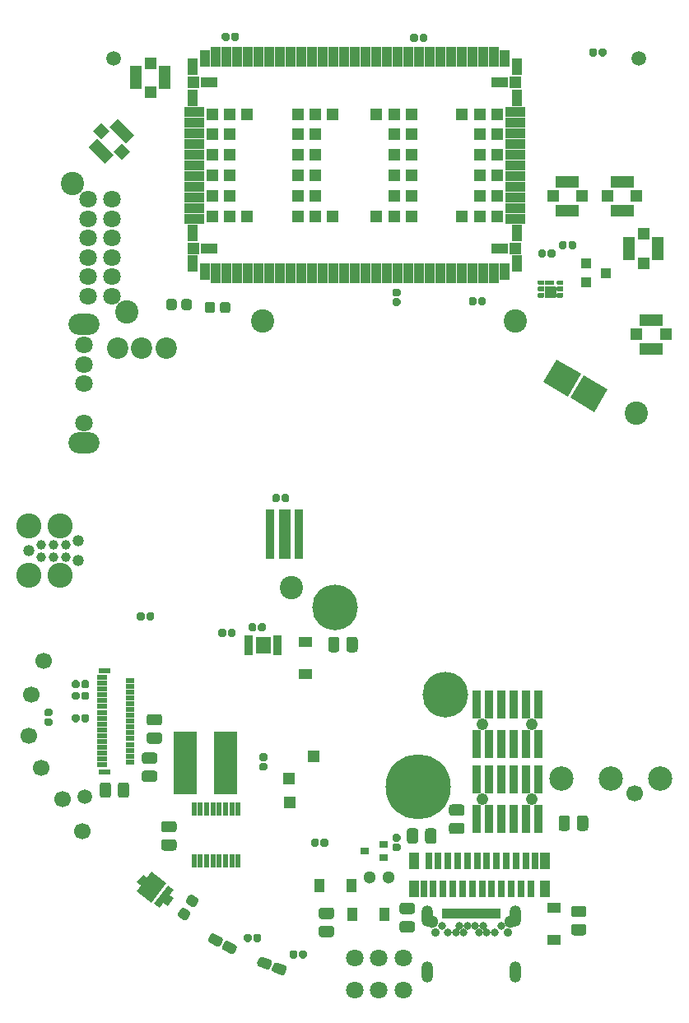
<source format=gbr>
G04 #@! TF.GenerationSoftware,KiCad,Pcbnew,5.1.6+dfsg1-1~bpo10+1*
G04 #@! TF.CreationDate,2021-06-28T17:41:37-04:00*
G04 #@! TF.ProjectId,RUSP_Mainboard,52555350-5f4d-4616-996e-626f6172642e,rev?*
G04 #@! TF.SameCoordinates,Original*
G04 #@! TF.FileFunction,Soldermask,Top*
G04 #@! TF.FilePolarity,Negative*
%FSLAX46Y46*%
G04 Gerber Fmt 4.6, Leading zero omitted, Abs format (unit mm)*
G04 Created by KiCad (PCBNEW 5.1.6+dfsg1-1~bpo10+1) date 2021-06-28 17:41:37*
%MOMM*%
%LPD*%
G01*
G04 APERTURE LIST*
%ADD10C,0.010000*%
%ADD11C,4.700000*%
%ADD12C,6.700000*%
%ADD13R,1.300000X1.300000*%
%ADD14R,2.000000X1.000000*%
%ADD15R,1.000000X1.700000*%
%ADD16R,1.000000X2.000000*%
%ADD17R,1.700000X1.000000*%
%ADD18R,1.150000X0.600000*%
%ADD19R,0.850000X0.500000*%
%ADD20R,1.000000X0.500000*%
%ADD21C,0.100000*%
%ADD22R,1.200000X1.200000*%
%ADD23R,2.400000X1.250000*%
%ADD24R,1.250000X2.400000*%
%ADD25C,1.220000*%
%ADD26R,0.940000X2.990000*%
%ADD27R,2.400000X6.500000*%
%ADD28C,1.300000*%
%ADD29R,0.900000X5.200000*%
%ADD30R,1.200000X5.200000*%
%ADD31R,0.950000X0.500000*%
%ADD32R,1.560000X1.660000*%
%ADD33R,1.000000X1.800000*%
%ADD34R,0.800000X1.800000*%
%ADD35O,1.200000X2.200000*%
%ADD36C,0.900000*%
%ADD37C,0.800000*%
%ADD38R,0.550000X1.090000*%
%ADD39C,1.700000*%
%ADD40C,2.575000*%
%ADD41C,1.191000*%
%ADD42C,0.987000*%
%ADD43C,2.500000*%
%ADD44R,0.606400X1.470000*%
%ADD45C,1.500000*%
%ADD46O,3.200000X2.200000*%
%ADD47C,1.800000*%
%ADD48C,2.400000*%
%ADD49R,1.400000X1.100000*%
%ADD50R,1.100000X1.400000*%
%ADD51R,0.900000X0.650000*%
%ADD52C,2.200000*%
%ADD53R,1.100000X1.000000*%
G04 APERTURE END LIST*
D10*
G36*
X167830000Y-82250000D02*
G01*
X167180000Y-82250000D01*
X167174766Y-82249863D01*
X167169547Y-82249452D01*
X167164357Y-82248769D01*
X167159209Y-82247815D01*
X167154118Y-82246593D01*
X167149098Y-82245106D01*
X167144163Y-82243358D01*
X167139326Y-82241355D01*
X167134601Y-82239101D01*
X167130000Y-82236603D01*
X167125536Y-82233867D01*
X167121221Y-82230902D01*
X167117068Y-82227715D01*
X167113087Y-82224314D01*
X167109289Y-82220711D01*
X167105686Y-82216913D01*
X167102285Y-82212932D01*
X167099098Y-82208779D01*
X167096133Y-82204464D01*
X167093397Y-82200000D01*
X167090899Y-82195399D01*
X167088645Y-82190674D01*
X167086642Y-82185837D01*
X167084894Y-82180902D01*
X167083407Y-82175882D01*
X167082185Y-82170791D01*
X167081231Y-82165643D01*
X167080548Y-82160453D01*
X167080137Y-82155234D01*
X167080000Y-82150000D01*
X167080000Y-81950000D01*
X167080137Y-81944766D01*
X167080548Y-81939547D01*
X167081231Y-81934357D01*
X167082185Y-81929209D01*
X167083407Y-81924118D01*
X167084894Y-81919098D01*
X167086642Y-81914163D01*
X167088645Y-81909326D01*
X167090899Y-81904601D01*
X167093397Y-81900000D01*
X167096133Y-81895536D01*
X167099098Y-81891221D01*
X167102285Y-81887068D01*
X167105686Y-81883087D01*
X167109289Y-81879289D01*
X167113087Y-81875686D01*
X167117068Y-81872285D01*
X167121221Y-81869098D01*
X167125536Y-81866133D01*
X167130000Y-81863397D01*
X167134601Y-81860899D01*
X167139326Y-81858645D01*
X167144163Y-81856642D01*
X167149098Y-81854894D01*
X167154118Y-81853407D01*
X167159209Y-81852185D01*
X167164357Y-81851231D01*
X167169547Y-81850548D01*
X167174766Y-81850137D01*
X167180000Y-81850000D01*
X167830000Y-81850000D01*
X167835234Y-81850137D01*
X167840453Y-81850548D01*
X167845643Y-81851231D01*
X167850791Y-81852185D01*
X167855882Y-81853407D01*
X167860902Y-81854894D01*
X167865837Y-81856642D01*
X167870674Y-81858645D01*
X167875399Y-81860899D01*
X167880000Y-81863397D01*
X167884464Y-81866133D01*
X167888779Y-81869098D01*
X167892932Y-81872285D01*
X167896913Y-81875686D01*
X167900711Y-81879289D01*
X167904314Y-81883087D01*
X167907715Y-81887068D01*
X167910902Y-81891221D01*
X167913867Y-81895536D01*
X167916603Y-81900000D01*
X167919101Y-81904601D01*
X167921355Y-81909326D01*
X167923358Y-81914163D01*
X167925106Y-81919098D01*
X167926593Y-81924118D01*
X167927815Y-81929209D01*
X167928769Y-81934357D01*
X167929452Y-81939547D01*
X167929863Y-81944766D01*
X167930000Y-81950000D01*
X167930000Y-82150000D01*
X167929863Y-82155234D01*
X167929452Y-82160453D01*
X167928769Y-82165643D01*
X167927815Y-82170791D01*
X167926593Y-82175882D01*
X167925106Y-82180902D01*
X167923358Y-82185837D01*
X167921355Y-82190674D01*
X167919101Y-82195399D01*
X167916603Y-82200000D01*
X167913867Y-82204464D01*
X167910902Y-82208779D01*
X167907715Y-82212932D01*
X167904314Y-82216913D01*
X167900711Y-82220711D01*
X167896913Y-82224314D01*
X167892932Y-82227715D01*
X167888779Y-82230902D01*
X167884464Y-82233867D01*
X167880000Y-82236603D01*
X167875399Y-82239101D01*
X167870674Y-82241355D01*
X167865837Y-82243358D01*
X167860902Y-82245106D01*
X167855882Y-82246593D01*
X167850791Y-82247815D01*
X167845643Y-82248769D01*
X167840453Y-82249452D01*
X167835234Y-82249863D01*
X167830000Y-82250000D01*
G37*
X167830000Y-82250000D02*
X167180000Y-82250000D01*
X167174766Y-82249863D01*
X167169547Y-82249452D01*
X167164357Y-82248769D01*
X167159209Y-82247815D01*
X167154118Y-82246593D01*
X167149098Y-82245106D01*
X167144163Y-82243358D01*
X167139326Y-82241355D01*
X167134601Y-82239101D01*
X167130000Y-82236603D01*
X167125536Y-82233867D01*
X167121221Y-82230902D01*
X167117068Y-82227715D01*
X167113087Y-82224314D01*
X167109289Y-82220711D01*
X167105686Y-82216913D01*
X167102285Y-82212932D01*
X167099098Y-82208779D01*
X167096133Y-82204464D01*
X167093397Y-82200000D01*
X167090899Y-82195399D01*
X167088645Y-82190674D01*
X167086642Y-82185837D01*
X167084894Y-82180902D01*
X167083407Y-82175882D01*
X167082185Y-82170791D01*
X167081231Y-82165643D01*
X167080548Y-82160453D01*
X167080137Y-82155234D01*
X167080000Y-82150000D01*
X167080000Y-81950000D01*
X167080137Y-81944766D01*
X167080548Y-81939547D01*
X167081231Y-81934357D01*
X167082185Y-81929209D01*
X167083407Y-81924118D01*
X167084894Y-81919098D01*
X167086642Y-81914163D01*
X167088645Y-81909326D01*
X167090899Y-81904601D01*
X167093397Y-81900000D01*
X167096133Y-81895536D01*
X167099098Y-81891221D01*
X167102285Y-81887068D01*
X167105686Y-81883087D01*
X167109289Y-81879289D01*
X167113087Y-81875686D01*
X167117068Y-81872285D01*
X167121221Y-81869098D01*
X167125536Y-81866133D01*
X167130000Y-81863397D01*
X167134601Y-81860899D01*
X167139326Y-81858645D01*
X167144163Y-81856642D01*
X167149098Y-81854894D01*
X167154118Y-81853407D01*
X167159209Y-81852185D01*
X167164357Y-81851231D01*
X167169547Y-81850548D01*
X167174766Y-81850137D01*
X167180000Y-81850000D01*
X167830000Y-81850000D01*
X167835234Y-81850137D01*
X167840453Y-81850548D01*
X167845643Y-81851231D01*
X167850791Y-81852185D01*
X167855882Y-81853407D01*
X167860902Y-81854894D01*
X167865837Y-81856642D01*
X167870674Y-81858645D01*
X167875399Y-81860899D01*
X167880000Y-81863397D01*
X167884464Y-81866133D01*
X167888779Y-81869098D01*
X167892932Y-81872285D01*
X167896913Y-81875686D01*
X167900711Y-81879289D01*
X167904314Y-81883087D01*
X167907715Y-81887068D01*
X167910902Y-81891221D01*
X167913867Y-81895536D01*
X167916603Y-81900000D01*
X167919101Y-81904601D01*
X167921355Y-81909326D01*
X167923358Y-81914163D01*
X167925106Y-81919098D01*
X167926593Y-81924118D01*
X167927815Y-81929209D01*
X167928769Y-81934357D01*
X167929452Y-81939547D01*
X167929863Y-81944766D01*
X167930000Y-81950000D01*
X167930000Y-82150000D01*
X167929863Y-82155234D01*
X167929452Y-82160453D01*
X167928769Y-82165643D01*
X167927815Y-82170791D01*
X167926593Y-82175882D01*
X167925106Y-82180902D01*
X167923358Y-82185837D01*
X167921355Y-82190674D01*
X167919101Y-82195399D01*
X167916603Y-82200000D01*
X167913867Y-82204464D01*
X167910902Y-82208779D01*
X167907715Y-82212932D01*
X167904314Y-82216913D01*
X167900711Y-82220711D01*
X167896913Y-82224314D01*
X167892932Y-82227715D01*
X167888779Y-82230902D01*
X167884464Y-82233867D01*
X167880000Y-82236603D01*
X167875399Y-82239101D01*
X167870674Y-82241355D01*
X167865837Y-82243358D01*
X167860902Y-82245106D01*
X167855882Y-82246593D01*
X167850791Y-82247815D01*
X167845643Y-82248769D01*
X167840453Y-82249452D01*
X167835234Y-82249863D01*
X167830000Y-82250000D01*
G36*
X167150000Y-82500000D02*
G01*
X168050000Y-82500000D01*
X168055234Y-82500137D01*
X168060453Y-82500548D01*
X168065643Y-82501231D01*
X168070791Y-82502185D01*
X168075882Y-82503407D01*
X168080902Y-82504894D01*
X168085837Y-82506642D01*
X168090674Y-82508645D01*
X168095399Y-82510899D01*
X168100000Y-82513397D01*
X168104464Y-82516133D01*
X168108779Y-82519098D01*
X168112932Y-82522285D01*
X168116913Y-82525686D01*
X168120711Y-82529289D01*
X168124314Y-82533087D01*
X168127715Y-82537068D01*
X168130902Y-82541221D01*
X168133867Y-82545536D01*
X168136603Y-82550000D01*
X168139101Y-82554601D01*
X168141355Y-82559326D01*
X168143358Y-82564163D01*
X168145106Y-82569098D01*
X168146593Y-82574118D01*
X168147815Y-82579209D01*
X168148769Y-82584357D01*
X168149452Y-82589547D01*
X168149863Y-82594766D01*
X168150000Y-82600000D01*
X168150000Y-83450000D01*
X168149863Y-83455234D01*
X168149452Y-83460453D01*
X168148769Y-83465643D01*
X168147815Y-83470791D01*
X168146593Y-83475882D01*
X168145106Y-83480902D01*
X168143358Y-83485837D01*
X168141355Y-83490674D01*
X168139101Y-83495399D01*
X168136603Y-83500000D01*
X168133867Y-83504464D01*
X168130902Y-83508779D01*
X168127715Y-83512932D01*
X168124314Y-83516913D01*
X168120711Y-83520711D01*
X168116913Y-83524314D01*
X168112932Y-83527715D01*
X168108779Y-83530902D01*
X168104464Y-83533867D01*
X168100000Y-83536603D01*
X168095399Y-83539101D01*
X168090674Y-83541355D01*
X168085837Y-83543358D01*
X168080902Y-83545106D01*
X168075882Y-83546593D01*
X168070791Y-83547815D01*
X168065643Y-83548769D01*
X168060453Y-83549452D01*
X168055234Y-83549863D01*
X168050000Y-83550000D01*
X167150000Y-83550000D01*
X167144766Y-83549863D01*
X167139547Y-83549452D01*
X167134357Y-83548769D01*
X167129209Y-83547815D01*
X167124118Y-83546593D01*
X167119098Y-83545106D01*
X167114163Y-83543358D01*
X167109326Y-83541355D01*
X167104601Y-83539101D01*
X167100000Y-83536603D01*
X167095536Y-83533867D01*
X167091221Y-83530902D01*
X167087068Y-83527715D01*
X167083087Y-83524314D01*
X167079289Y-83520711D01*
X167075686Y-83516913D01*
X167072285Y-83512932D01*
X167069098Y-83508779D01*
X167066133Y-83504464D01*
X167063397Y-83500000D01*
X167060899Y-83495399D01*
X167058645Y-83490674D01*
X167056642Y-83485837D01*
X167054894Y-83480902D01*
X167053407Y-83475882D01*
X167052185Y-83470791D01*
X167051231Y-83465643D01*
X167050548Y-83460453D01*
X167050137Y-83455234D01*
X167050000Y-83450000D01*
X167050000Y-82600000D01*
X167050137Y-82594766D01*
X167050548Y-82589547D01*
X167051231Y-82584357D01*
X167052185Y-82579209D01*
X167053407Y-82574118D01*
X167054894Y-82569098D01*
X167056642Y-82564163D01*
X167058645Y-82559326D01*
X167060899Y-82554601D01*
X167063397Y-82550000D01*
X167066133Y-82545536D01*
X167069098Y-82541221D01*
X167072285Y-82537068D01*
X167075686Y-82533087D01*
X167079289Y-82529289D01*
X167083087Y-82525686D01*
X167087068Y-82522285D01*
X167091221Y-82519098D01*
X167095536Y-82516133D01*
X167100000Y-82513397D01*
X167104601Y-82510899D01*
X167109326Y-82508645D01*
X167114163Y-82506642D01*
X167119098Y-82504894D01*
X167124118Y-82503407D01*
X167129209Y-82502185D01*
X167134357Y-82501231D01*
X167139547Y-82500548D01*
X167144766Y-82500137D01*
X167150000Y-82500000D01*
G37*
X167150000Y-82500000D02*
X168050000Y-82500000D01*
X168055234Y-82500137D01*
X168060453Y-82500548D01*
X168065643Y-82501231D01*
X168070791Y-82502185D01*
X168075882Y-82503407D01*
X168080902Y-82504894D01*
X168085837Y-82506642D01*
X168090674Y-82508645D01*
X168095399Y-82510899D01*
X168100000Y-82513397D01*
X168104464Y-82516133D01*
X168108779Y-82519098D01*
X168112932Y-82522285D01*
X168116913Y-82525686D01*
X168120711Y-82529289D01*
X168124314Y-82533087D01*
X168127715Y-82537068D01*
X168130902Y-82541221D01*
X168133867Y-82545536D01*
X168136603Y-82550000D01*
X168139101Y-82554601D01*
X168141355Y-82559326D01*
X168143358Y-82564163D01*
X168145106Y-82569098D01*
X168146593Y-82574118D01*
X168147815Y-82579209D01*
X168148769Y-82584357D01*
X168149452Y-82589547D01*
X168149863Y-82594766D01*
X168150000Y-82600000D01*
X168150000Y-83450000D01*
X168149863Y-83455234D01*
X168149452Y-83460453D01*
X168148769Y-83465643D01*
X168147815Y-83470791D01*
X168146593Y-83475882D01*
X168145106Y-83480902D01*
X168143358Y-83485837D01*
X168141355Y-83490674D01*
X168139101Y-83495399D01*
X168136603Y-83500000D01*
X168133867Y-83504464D01*
X168130902Y-83508779D01*
X168127715Y-83512932D01*
X168124314Y-83516913D01*
X168120711Y-83520711D01*
X168116913Y-83524314D01*
X168112932Y-83527715D01*
X168108779Y-83530902D01*
X168104464Y-83533867D01*
X168100000Y-83536603D01*
X168095399Y-83539101D01*
X168090674Y-83541355D01*
X168085837Y-83543358D01*
X168080902Y-83545106D01*
X168075882Y-83546593D01*
X168070791Y-83547815D01*
X168065643Y-83548769D01*
X168060453Y-83549452D01*
X168055234Y-83549863D01*
X168050000Y-83550000D01*
X167150000Y-83550000D01*
X167144766Y-83549863D01*
X167139547Y-83549452D01*
X167134357Y-83548769D01*
X167129209Y-83547815D01*
X167124118Y-83546593D01*
X167119098Y-83545106D01*
X167114163Y-83543358D01*
X167109326Y-83541355D01*
X167104601Y-83539101D01*
X167100000Y-83536603D01*
X167095536Y-83533867D01*
X167091221Y-83530902D01*
X167087068Y-83527715D01*
X167083087Y-83524314D01*
X167079289Y-83520711D01*
X167075686Y-83516913D01*
X167072285Y-83512932D01*
X167069098Y-83508779D01*
X167066133Y-83504464D01*
X167063397Y-83500000D01*
X167060899Y-83495399D01*
X167058645Y-83490674D01*
X167056642Y-83485837D01*
X167054894Y-83480902D01*
X167053407Y-83475882D01*
X167052185Y-83470791D01*
X167051231Y-83465643D01*
X167050548Y-83460453D01*
X167050137Y-83455234D01*
X167050000Y-83450000D01*
X167050000Y-82600000D01*
X167050137Y-82594766D01*
X167050548Y-82589547D01*
X167051231Y-82584357D01*
X167052185Y-82579209D01*
X167053407Y-82574118D01*
X167054894Y-82569098D01*
X167056642Y-82564163D01*
X167058645Y-82559326D01*
X167060899Y-82554601D01*
X167063397Y-82550000D01*
X167066133Y-82545536D01*
X167069098Y-82541221D01*
X167072285Y-82537068D01*
X167075686Y-82533087D01*
X167079289Y-82529289D01*
X167083087Y-82525686D01*
X167087068Y-82522285D01*
X167091221Y-82519098D01*
X167095536Y-82516133D01*
X167100000Y-82513397D01*
X167104601Y-82510899D01*
X167109326Y-82508645D01*
X167114163Y-82506642D01*
X167119098Y-82504894D01*
X167124118Y-82503407D01*
X167129209Y-82502185D01*
X167134357Y-82501231D01*
X167139547Y-82500548D01*
X167144766Y-82500137D01*
X167150000Y-82500000D01*
G36*
X166350000Y-82150000D02*
G01*
X166350000Y-81950000D01*
X166350137Y-81944766D01*
X166350548Y-81939547D01*
X166351231Y-81934357D01*
X166352185Y-81929209D01*
X166353407Y-81924118D01*
X166354894Y-81919098D01*
X166356642Y-81914163D01*
X166358645Y-81909326D01*
X166360899Y-81904601D01*
X166363397Y-81900000D01*
X166366133Y-81895536D01*
X166369098Y-81891221D01*
X166372285Y-81887068D01*
X166375686Y-81883087D01*
X166379289Y-81879289D01*
X166383087Y-81875686D01*
X166387068Y-81872285D01*
X166391221Y-81869098D01*
X166395536Y-81866133D01*
X166400000Y-81863397D01*
X166404601Y-81860899D01*
X166409326Y-81858645D01*
X166414163Y-81856642D01*
X166419098Y-81854894D01*
X166424118Y-81853407D01*
X166429209Y-81852185D01*
X166434357Y-81851231D01*
X166439547Y-81850548D01*
X166444766Y-81850137D01*
X166450000Y-81850000D01*
X166800000Y-81850000D01*
X166805234Y-81850137D01*
X166810453Y-81850548D01*
X166815643Y-81851231D01*
X166820791Y-81852185D01*
X166825882Y-81853407D01*
X166830902Y-81854894D01*
X166835837Y-81856642D01*
X166840674Y-81858645D01*
X166845399Y-81860899D01*
X166850000Y-81863397D01*
X166854464Y-81866133D01*
X166858779Y-81869098D01*
X166862932Y-81872285D01*
X166866913Y-81875686D01*
X166870711Y-81879289D01*
X166874314Y-81883087D01*
X166877715Y-81887068D01*
X166880902Y-81891221D01*
X166883867Y-81895536D01*
X166886603Y-81900000D01*
X166889101Y-81904601D01*
X166891355Y-81909326D01*
X166893358Y-81914163D01*
X166895106Y-81919098D01*
X166896593Y-81924118D01*
X166897815Y-81929209D01*
X166898769Y-81934357D01*
X166899452Y-81939547D01*
X166899863Y-81944766D01*
X166900000Y-81950000D01*
X166900000Y-82150000D01*
X166899863Y-82155234D01*
X166899452Y-82160453D01*
X166898769Y-82165643D01*
X166897815Y-82170791D01*
X166896593Y-82175882D01*
X166895106Y-82180902D01*
X166893358Y-82185837D01*
X166891355Y-82190674D01*
X166889101Y-82195399D01*
X166886603Y-82200000D01*
X166883867Y-82204464D01*
X166880902Y-82208779D01*
X166877715Y-82212932D01*
X166874314Y-82216913D01*
X166870711Y-82220711D01*
X166866913Y-82224314D01*
X166862932Y-82227715D01*
X166858779Y-82230902D01*
X166854464Y-82233867D01*
X166850000Y-82236603D01*
X166845399Y-82239101D01*
X166840674Y-82241355D01*
X166835837Y-82243358D01*
X166830902Y-82245106D01*
X166825882Y-82246593D01*
X166820791Y-82247815D01*
X166815643Y-82248769D01*
X166810453Y-82249452D01*
X166805234Y-82249863D01*
X166800000Y-82250000D01*
X166450000Y-82250000D01*
X166444766Y-82249863D01*
X166439547Y-82249452D01*
X166434357Y-82248769D01*
X166429209Y-82247815D01*
X166424118Y-82246593D01*
X166419098Y-82245106D01*
X166414163Y-82243358D01*
X166409326Y-82241355D01*
X166404601Y-82239101D01*
X166400000Y-82236603D01*
X166395536Y-82233867D01*
X166391221Y-82230902D01*
X166387068Y-82227715D01*
X166383087Y-82224314D01*
X166379289Y-82220711D01*
X166375686Y-82216913D01*
X166372285Y-82212932D01*
X166369098Y-82208779D01*
X166366133Y-82204464D01*
X166363397Y-82200000D01*
X166360899Y-82195399D01*
X166358645Y-82190674D01*
X166356642Y-82185837D01*
X166354894Y-82180902D01*
X166353407Y-82175882D01*
X166352185Y-82170791D01*
X166351231Y-82165643D01*
X166350548Y-82160453D01*
X166350137Y-82155234D01*
X166350000Y-82150000D01*
G37*
X166350000Y-82150000D02*
X166350000Y-81950000D01*
X166350137Y-81944766D01*
X166350548Y-81939547D01*
X166351231Y-81934357D01*
X166352185Y-81929209D01*
X166353407Y-81924118D01*
X166354894Y-81919098D01*
X166356642Y-81914163D01*
X166358645Y-81909326D01*
X166360899Y-81904601D01*
X166363397Y-81900000D01*
X166366133Y-81895536D01*
X166369098Y-81891221D01*
X166372285Y-81887068D01*
X166375686Y-81883087D01*
X166379289Y-81879289D01*
X166383087Y-81875686D01*
X166387068Y-81872285D01*
X166391221Y-81869098D01*
X166395536Y-81866133D01*
X166400000Y-81863397D01*
X166404601Y-81860899D01*
X166409326Y-81858645D01*
X166414163Y-81856642D01*
X166419098Y-81854894D01*
X166424118Y-81853407D01*
X166429209Y-81852185D01*
X166434357Y-81851231D01*
X166439547Y-81850548D01*
X166444766Y-81850137D01*
X166450000Y-81850000D01*
X166800000Y-81850000D01*
X166805234Y-81850137D01*
X166810453Y-81850548D01*
X166815643Y-81851231D01*
X166820791Y-81852185D01*
X166825882Y-81853407D01*
X166830902Y-81854894D01*
X166835837Y-81856642D01*
X166840674Y-81858645D01*
X166845399Y-81860899D01*
X166850000Y-81863397D01*
X166854464Y-81866133D01*
X166858779Y-81869098D01*
X166862932Y-81872285D01*
X166866913Y-81875686D01*
X166870711Y-81879289D01*
X166874314Y-81883087D01*
X166877715Y-81887068D01*
X166880902Y-81891221D01*
X166883867Y-81895536D01*
X166886603Y-81900000D01*
X166889101Y-81904601D01*
X166891355Y-81909326D01*
X166893358Y-81914163D01*
X166895106Y-81919098D01*
X166896593Y-81924118D01*
X166897815Y-81929209D01*
X166898769Y-81934357D01*
X166899452Y-81939547D01*
X166899863Y-81944766D01*
X166900000Y-81950000D01*
X166900000Y-82150000D01*
X166899863Y-82155234D01*
X166899452Y-82160453D01*
X166898769Y-82165643D01*
X166897815Y-82170791D01*
X166896593Y-82175882D01*
X166895106Y-82180902D01*
X166893358Y-82185837D01*
X166891355Y-82190674D01*
X166889101Y-82195399D01*
X166886603Y-82200000D01*
X166883867Y-82204464D01*
X166880902Y-82208779D01*
X166877715Y-82212932D01*
X166874314Y-82216913D01*
X166870711Y-82220711D01*
X166866913Y-82224314D01*
X166862932Y-82227715D01*
X166858779Y-82230902D01*
X166854464Y-82233867D01*
X166850000Y-82236603D01*
X166845399Y-82239101D01*
X166840674Y-82241355D01*
X166835837Y-82243358D01*
X166830902Y-82245106D01*
X166825882Y-82246593D01*
X166820791Y-82247815D01*
X166815643Y-82248769D01*
X166810453Y-82249452D01*
X166805234Y-82249863D01*
X166800000Y-82250000D01*
X166450000Y-82250000D01*
X166444766Y-82249863D01*
X166439547Y-82249452D01*
X166434357Y-82248769D01*
X166429209Y-82247815D01*
X166424118Y-82246593D01*
X166419098Y-82245106D01*
X166414163Y-82243358D01*
X166409326Y-82241355D01*
X166404601Y-82239101D01*
X166400000Y-82236603D01*
X166395536Y-82233867D01*
X166391221Y-82230902D01*
X166387068Y-82227715D01*
X166383087Y-82224314D01*
X166379289Y-82220711D01*
X166375686Y-82216913D01*
X166372285Y-82212932D01*
X166369098Y-82208779D01*
X166366133Y-82204464D01*
X166363397Y-82200000D01*
X166360899Y-82195399D01*
X166358645Y-82190674D01*
X166356642Y-82185837D01*
X166354894Y-82180902D01*
X166353407Y-82175882D01*
X166352185Y-82170791D01*
X166351231Y-82165643D01*
X166350548Y-82160453D01*
X166350137Y-82155234D01*
X166350000Y-82150000D01*
G36*
X166350000Y-83450000D02*
G01*
X166350000Y-83250000D01*
X166350137Y-83244766D01*
X166350548Y-83239547D01*
X166351231Y-83234357D01*
X166352185Y-83229209D01*
X166353407Y-83224118D01*
X166354894Y-83219098D01*
X166356642Y-83214163D01*
X166358645Y-83209326D01*
X166360899Y-83204601D01*
X166363397Y-83200000D01*
X166366133Y-83195536D01*
X166369098Y-83191221D01*
X166372285Y-83187068D01*
X166375686Y-83183087D01*
X166379289Y-83179289D01*
X166383087Y-83175686D01*
X166387068Y-83172285D01*
X166391221Y-83169098D01*
X166395536Y-83166133D01*
X166400000Y-83163397D01*
X166404601Y-83160899D01*
X166409326Y-83158645D01*
X166414163Y-83156642D01*
X166419098Y-83154894D01*
X166424118Y-83153407D01*
X166429209Y-83152185D01*
X166434357Y-83151231D01*
X166439547Y-83150548D01*
X166444766Y-83150137D01*
X166450000Y-83150000D01*
X166800000Y-83150000D01*
X166805234Y-83150137D01*
X166810453Y-83150548D01*
X166815643Y-83151231D01*
X166820791Y-83152185D01*
X166825882Y-83153407D01*
X166830902Y-83154894D01*
X166835837Y-83156642D01*
X166840674Y-83158645D01*
X166845399Y-83160899D01*
X166850000Y-83163397D01*
X166854464Y-83166133D01*
X166858779Y-83169098D01*
X166862932Y-83172285D01*
X166866913Y-83175686D01*
X166870711Y-83179289D01*
X166874314Y-83183087D01*
X166877715Y-83187068D01*
X166880902Y-83191221D01*
X166883867Y-83195536D01*
X166886603Y-83200000D01*
X166889101Y-83204601D01*
X166891355Y-83209326D01*
X166893358Y-83214163D01*
X166895106Y-83219098D01*
X166896593Y-83224118D01*
X166897815Y-83229209D01*
X166898769Y-83234357D01*
X166899452Y-83239547D01*
X166899863Y-83244766D01*
X166900000Y-83250000D01*
X166900000Y-83450000D01*
X166899863Y-83455234D01*
X166899452Y-83460453D01*
X166898769Y-83465643D01*
X166897815Y-83470791D01*
X166896593Y-83475882D01*
X166895106Y-83480902D01*
X166893358Y-83485837D01*
X166891355Y-83490674D01*
X166889101Y-83495399D01*
X166886603Y-83500000D01*
X166883867Y-83504464D01*
X166880902Y-83508779D01*
X166877715Y-83512932D01*
X166874314Y-83516913D01*
X166870711Y-83520711D01*
X166866913Y-83524314D01*
X166862932Y-83527715D01*
X166858779Y-83530902D01*
X166854464Y-83533867D01*
X166850000Y-83536603D01*
X166845399Y-83539101D01*
X166840674Y-83541355D01*
X166835837Y-83543358D01*
X166830902Y-83545106D01*
X166825882Y-83546593D01*
X166820791Y-83547815D01*
X166815643Y-83548769D01*
X166810453Y-83549452D01*
X166805234Y-83549863D01*
X166800000Y-83550000D01*
X166450000Y-83550000D01*
X166444766Y-83549863D01*
X166439547Y-83549452D01*
X166434357Y-83548769D01*
X166429209Y-83547815D01*
X166424118Y-83546593D01*
X166419098Y-83545106D01*
X166414163Y-83543358D01*
X166409326Y-83541355D01*
X166404601Y-83539101D01*
X166400000Y-83536603D01*
X166395536Y-83533867D01*
X166391221Y-83530902D01*
X166387068Y-83527715D01*
X166383087Y-83524314D01*
X166379289Y-83520711D01*
X166375686Y-83516913D01*
X166372285Y-83512932D01*
X166369098Y-83508779D01*
X166366133Y-83504464D01*
X166363397Y-83500000D01*
X166360899Y-83495399D01*
X166358645Y-83490674D01*
X166356642Y-83485837D01*
X166354894Y-83480902D01*
X166353407Y-83475882D01*
X166352185Y-83470791D01*
X166351231Y-83465643D01*
X166350548Y-83460453D01*
X166350137Y-83455234D01*
X166350000Y-83450000D01*
G37*
X166350000Y-83450000D02*
X166350000Y-83250000D01*
X166350137Y-83244766D01*
X166350548Y-83239547D01*
X166351231Y-83234357D01*
X166352185Y-83229209D01*
X166353407Y-83224118D01*
X166354894Y-83219098D01*
X166356642Y-83214163D01*
X166358645Y-83209326D01*
X166360899Y-83204601D01*
X166363397Y-83200000D01*
X166366133Y-83195536D01*
X166369098Y-83191221D01*
X166372285Y-83187068D01*
X166375686Y-83183087D01*
X166379289Y-83179289D01*
X166383087Y-83175686D01*
X166387068Y-83172285D01*
X166391221Y-83169098D01*
X166395536Y-83166133D01*
X166400000Y-83163397D01*
X166404601Y-83160899D01*
X166409326Y-83158645D01*
X166414163Y-83156642D01*
X166419098Y-83154894D01*
X166424118Y-83153407D01*
X166429209Y-83152185D01*
X166434357Y-83151231D01*
X166439547Y-83150548D01*
X166444766Y-83150137D01*
X166450000Y-83150000D01*
X166800000Y-83150000D01*
X166805234Y-83150137D01*
X166810453Y-83150548D01*
X166815643Y-83151231D01*
X166820791Y-83152185D01*
X166825882Y-83153407D01*
X166830902Y-83154894D01*
X166835837Y-83156642D01*
X166840674Y-83158645D01*
X166845399Y-83160899D01*
X166850000Y-83163397D01*
X166854464Y-83166133D01*
X166858779Y-83169098D01*
X166862932Y-83172285D01*
X166866913Y-83175686D01*
X166870711Y-83179289D01*
X166874314Y-83183087D01*
X166877715Y-83187068D01*
X166880902Y-83191221D01*
X166883867Y-83195536D01*
X166886603Y-83200000D01*
X166889101Y-83204601D01*
X166891355Y-83209326D01*
X166893358Y-83214163D01*
X166895106Y-83219098D01*
X166896593Y-83224118D01*
X166897815Y-83229209D01*
X166898769Y-83234357D01*
X166899452Y-83239547D01*
X166899863Y-83244766D01*
X166900000Y-83250000D01*
X166900000Y-83450000D01*
X166899863Y-83455234D01*
X166899452Y-83460453D01*
X166898769Y-83465643D01*
X166897815Y-83470791D01*
X166896593Y-83475882D01*
X166895106Y-83480902D01*
X166893358Y-83485837D01*
X166891355Y-83490674D01*
X166889101Y-83495399D01*
X166886603Y-83500000D01*
X166883867Y-83504464D01*
X166880902Y-83508779D01*
X166877715Y-83512932D01*
X166874314Y-83516913D01*
X166870711Y-83520711D01*
X166866913Y-83524314D01*
X166862932Y-83527715D01*
X166858779Y-83530902D01*
X166854464Y-83533867D01*
X166850000Y-83536603D01*
X166845399Y-83539101D01*
X166840674Y-83541355D01*
X166835837Y-83543358D01*
X166830902Y-83545106D01*
X166825882Y-83546593D01*
X166820791Y-83547815D01*
X166815643Y-83548769D01*
X166810453Y-83549452D01*
X166805234Y-83549863D01*
X166800000Y-83550000D01*
X166450000Y-83550000D01*
X166444766Y-83549863D01*
X166439547Y-83549452D01*
X166434357Y-83548769D01*
X166429209Y-83547815D01*
X166424118Y-83546593D01*
X166419098Y-83545106D01*
X166414163Y-83543358D01*
X166409326Y-83541355D01*
X166404601Y-83539101D01*
X166400000Y-83536603D01*
X166395536Y-83533867D01*
X166391221Y-83530902D01*
X166387068Y-83527715D01*
X166383087Y-83524314D01*
X166379289Y-83520711D01*
X166375686Y-83516913D01*
X166372285Y-83512932D01*
X166369098Y-83508779D01*
X166366133Y-83504464D01*
X166363397Y-83500000D01*
X166360899Y-83495399D01*
X166358645Y-83490674D01*
X166356642Y-83485837D01*
X166354894Y-83480902D01*
X166353407Y-83475882D01*
X166352185Y-83470791D01*
X166351231Y-83465643D01*
X166350548Y-83460453D01*
X166350137Y-83455234D01*
X166350000Y-83450000D01*
G36*
X168300000Y-82150000D02*
G01*
X168300000Y-81950000D01*
X168300137Y-81944766D01*
X168300548Y-81939547D01*
X168301231Y-81934357D01*
X168302185Y-81929209D01*
X168303407Y-81924118D01*
X168304894Y-81919098D01*
X168306642Y-81914163D01*
X168308645Y-81909326D01*
X168310899Y-81904601D01*
X168313397Y-81900000D01*
X168316133Y-81895536D01*
X168319098Y-81891221D01*
X168322285Y-81887068D01*
X168325686Y-81883087D01*
X168329289Y-81879289D01*
X168333087Y-81875686D01*
X168337068Y-81872285D01*
X168341221Y-81869098D01*
X168345536Y-81866133D01*
X168350000Y-81863397D01*
X168354601Y-81860899D01*
X168359326Y-81858645D01*
X168364163Y-81856642D01*
X168369098Y-81854894D01*
X168374118Y-81853407D01*
X168379209Y-81852185D01*
X168384357Y-81851231D01*
X168389547Y-81850548D01*
X168394766Y-81850137D01*
X168400000Y-81850000D01*
X168750000Y-81850000D01*
X168755234Y-81850137D01*
X168760453Y-81850548D01*
X168765643Y-81851231D01*
X168770791Y-81852185D01*
X168775882Y-81853407D01*
X168780902Y-81854894D01*
X168785837Y-81856642D01*
X168790674Y-81858645D01*
X168795399Y-81860899D01*
X168800000Y-81863397D01*
X168804464Y-81866133D01*
X168808779Y-81869098D01*
X168812932Y-81872285D01*
X168816913Y-81875686D01*
X168820711Y-81879289D01*
X168824314Y-81883087D01*
X168827715Y-81887068D01*
X168830902Y-81891221D01*
X168833867Y-81895536D01*
X168836603Y-81900000D01*
X168839101Y-81904601D01*
X168841355Y-81909326D01*
X168843358Y-81914163D01*
X168845106Y-81919098D01*
X168846593Y-81924118D01*
X168847815Y-81929209D01*
X168848769Y-81934357D01*
X168849452Y-81939547D01*
X168849863Y-81944766D01*
X168850000Y-81950000D01*
X168850000Y-82150000D01*
X168849863Y-82155234D01*
X168849452Y-82160453D01*
X168848769Y-82165643D01*
X168847815Y-82170791D01*
X168846593Y-82175882D01*
X168845106Y-82180902D01*
X168843358Y-82185837D01*
X168841355Y-82190674D01*
X168839101Y-82195399D01*
X168836603Y-82200000D01*
X168833867Y-82204464D01*
X168830902Y-82208779D01*
X168827715Y-82212932D01*
X168824314Y-82216913D01*
X168820711Y-82220711D01*
X168816913Y-82224314D01*
X168812932Y-82227715D01*
X168808779Y-82230902D01*
X168804464Y-82233867D01*
X168800000Y-82236603D01*
X168795399Y-82239101D01*
X168790674Y-82241355D01*
X168785837Y-82243358D01*
X168780902Y-82245106D01*
X168775882Y-82246593D01*
X168770791Y-82247815D01*
X168765643Y-82248769D01*
X168760453Y-82249452D01*
X168755234Y-82249863D01*
X168750000Y-82250000D01*
X168400000Y-82250000D01*
X168394766Y-82249863D01*
X168389547Y-82249452D01*
X168384357Y-82248769D01*
X168379209Y-82247815D01*
X168374118Y-82246593D01*
X168369098Y-82245106D01*
X168364163Y-82243358D01*
X168359326Y-82241355D01*
X168354601Y-82239101D01*
X168350000Y-82236603D01*
X168345536Y-82233867D01*
X168341221Y-82230902D01*
X168337068Y-82227715D01*
X168333087Y-82224314D01*
X168329289Y-82220711D01*
X168325686Y-82216913D01*
X168322285Y-82212932D01*
X168319098Y-82208779D01*
X168316133Y-82204464D01*
X168313397Y-82200000D01*
X168310899Y-82195399D01*
X168308645Y-82190674D01*
X168306642Y-82185837D01*
X168304894Y-82180902D01*
X168303407Y-82175882D01*
X168302185Y-82170791D01*
X168301231Y-82165643D01*
X168300548Y-82160453D01*
X168300137Y-82155234D01*
X168300000Y-82150000D01*
G37*
X168300000Y-82150000D02*
X168300000Y-81950000D01*
X168300137Y-81944766D01*
X168300548Y-81939547D01*
X168301231Y-81934357D01*
X168302185Y-81929209D01*
X168303407Y-81924118D01*
X168304894Y-81919098D01*
X168306642Y-81914163D01*
X168308645Y-81909326D01*
X168310899Y-81904601D01*
X168313397Y-81900000D01*
X168316133Y-81895536D01*
X168319098Y-81891221D01*
X168322285Y-81887068D01*
X168325686Y-81883087D01*
X168329289Y-81879289D01*
X168333087Y-81875686D01*
X168337068Y-81872285D01*
X168341221Y-81869098D01*
X168345536Y-81866133D01*
X168350000Y-81863397D01*
X168354601Y-81860899D01*
X168359326Y-81858645D01*
X168364163Y-81856642D01*
X168369098Y-81854894D01*
X168374118Y-81853407D01*
X168379209Y-81852185D01*
X168384357Y-81851231D01*
X168389547Y-81850548D01*
X168394766Y-81850137D01*
X168400000Y-81850000D01*
X168750000Y-81850000D01*
X168755234Y-81850137D01*
X168760453Y-81850548D01*
X168765643Y-81851231D01*
X168770791Y-81852185D01*
X168775882Y-81853407D01*
X168780902Y-81854894D01*
X168785837Y-81856642D01*
X168790674Y-81858645D01*
X168795399Y-81860899D01*
X168800000Y-81863397D01*
X168804464Y-81866133D01*
X168808779Y-81869098D01*
X168812932Y-81872285D01*
X168816913Y-81875686D01*
X168820711Y-81879289D01*
X168824314Y-81883087D01*
X168827715Y-81887068D01*
X168830902Y-81891221D01*
X168833867Y-81895536D01*
X168836603Y-81900000D01*
X168839101Y-81904601D01*
X168841355Y-81909326D01*
X168843358Y-81914163D01*
X168845106Y-81919098D01*
X168846593Y-81924118D01*
X168847815Y-81929209D01*
X168848769Y-81934357D01*
X168849452Y-81939547D01*
X168849863Y-81944766D01*
X168850000Y-81950000D01*
X168850000Y-82150000D01*
X168849863Y-82155234D01*
X168849452Y-82160453D01*
X168848769Y-82165643D01*
X168847815Y-82170791D01*
X168846593Y-82175882D01*
X168845106Y-82180902D01*
X168843358Y-82185837D01*
X168841355Y-82190674D01*
X168839101Y-82195399D01*
X168836603Y-82200000D01*
X168833867Y-82204464D01*
X168830902Y-82208779D01*
X168827715Y-82212932D01*
X168824314Y-82216913D01*
X168820711Y-82220711D01*
X168816913Y-82224314D01*
X168812932Y-82227715D01*
X168808779Y-82230902D01*
X168804464Y-82233867D01*
X168800000Y-82236603D01*
X168795399Y-82239101D01*
X168790674Y-82241355D01*
X168785837Y-82243358D01*
X168780902Y-82245106D01*
X168775882Y-82246593D01*
X168770791Y-82247815D01*
X168765643Y-82248769D01*
X168760453Y-82249452D01*
X168755234Y-82249863D01*
X168750000Y-82250000D01*
X168400000Y-82250000D01*
X168394766Y-82249863D01*
X168389547Y-82249452D01*
X168384357Y-82248769D01*
X168379209Y-82247815D01*
X168374118Y-82246593D01*
X168369098Y-82245106D01*
X168364163Y-82243358D01*
X168359326Y-82241355D01*
X168354601Y-82239101D01*
X168350000Y-82236603D01*
X168345536Y-82233867D01*
X168341221Y-82230902D01*
X168337068Y-82227715D01*
X168333087Y-82224314D01*
X168329289Y-82220711D01*
X168325686Y-82216913D01*
X168322285Y-82212932D01*
X168319098Y-82208779D01*
X168316133Y-82204464D01*
X168313397Y-82200000D01*
X168310899Y-82195399D01*
X168308645Y-82190674D01*
X168306642Y-82185837D01*
X168304894Y-82180902D01*
X168303407Y-82175882D01*
X168302185Y-82170791D01*
X168301231Y-82165643D01*
X168300548Y-82160453D01*
X168300137Y-82155234D01*
X168300000Y-82150000D01*
G36*
X168300000Y-83450000D02*
G01*
X168300000Y-83250000D01*
X168300137Y-83244766D01*
X168300548Y-83239547D01*
X168301231Y-83234357D01*
X168302185Y-83229209D01*
X168303407Y-83224118D01*
X168304894Y-83219098D01*
X168306642Y-83214163D01*
X168308645Y-83209326D01*
X168310899Y-83204601D01*
X168313397Y-83200000D01*
X168316133Y-83195536D01*
X168319098Y-83191221D01*
X168322285Y-83187068D01*
X168325686Y-83183087D01*
X168329289Y-83179289D01*
X168333087Y-83175686D01*
X168337068Y-83172285D01*
X168341221Y-83169098D01*
X168345536Y-83166133D01*
X168350000Y-83163397D01*
X168354601Y-83160899D01*
X168359326Y-83158645D01*
X168364163Y-83156642D01*
X168369098Y-83154894D01*
X168374118Y-83153407D01*
X168379209Y-83152185D01*
X168384357Y-83151231D01*
X168389547Y-83150548D01*
X168394766Y-83150137D01*
X168400000Y-83150000D01*
X168750000Y-83150000D01*
X168755234Y-83150137D01*
X168760453Y-83150548D01*
X168765643Y-83151231D01*
X168770791Y-83152185D01*
X168775882Y-83153407D01*
X168780902Y-83154894D01*
X168785837Y-83156642D01*
X168790674Y-83158645D01*
X168795399Y-83160899D01*
X168800000Y-83163397D01*
X168804464Y-83166133D01*
X168808779Y-83169098D01*
X168812932Y-83172285D01*
X168816913Y-83175686D01*
X168820711Y-83179289D01*
X168824314Y-83183087D01*
X168827715Y-83187068D01*
X168830902Y-83191221D01*
X168833867Y-83195536D01*
X168836603Y-83200000D01*
X168839101Y-83204601D01*
X168841355Y-83209326D01*
X168843358Y-83214163D01*
X168845106Y-83219098D01*
X168846593Y-83224118D01*
X168847815Y-83229209D01*
X168848769Y-83234357D01*
X168849452Y-83239547D01*
X168849863Y-83244766D01*
X168850000Y-83250000D01*
X168850000Y-83450000D01*
X168849863Y-83455234D01*
X168849452Y-83460453D01*
X168848769Y-83465643D01*
X168847815Y-83470791D01*
X168846593Y-83475882D01*
X168845106Y-83480902D01*
X168843358Y-83485837D01*
X168841355Y-83490674D01*
X168839101Y-83495399D01*
X168836603Y-83500000D01*
X168833867Y-83504464D01*
X168830902Y-83508779D01*
X168827715Y-83512932D01*
X168824314Y-83516913D01*
X168820711Y-83520711D01*
X168816913Y-83524314D01*
X168812932Y-83527715D01*
X168808779Y-83530902D01*
X168804464Y-83533867D01*
X168800000Y-83536603D01*
X168795399Y-83539101D01*
X168790674Y-83541355D01*
X168785837Y-83543358D01*
X168780902Y-83545106D01*
X168775882Y-83546593D01*
X168770791Y-83547815D01*
X168765643Y-83548769D01*
X168760453Y-83549452D01*
X168755234Y-83549863D01*
X168750000Y-83550000D01*
X168400000Y-83550000D01*
X168394766Y-83549863D01*
X168389547Y-83549452D01*
X168384357Y-83548769D01*
X168379209Y-83547815D01*
X168374118Y-83546593D01*
X168369098Y-83545106D01*
X168364163Y-83543358D01*
X168359326Y-83541355D01*
X168354601Y-83539101D01*
X168350000Y-83536603D01*
X168345536Y-83533867D01*
X168341221Y-83530902D01*
X168337068Y-83527715D01*
X168333087Y-83524314D01*
X168329289Y-83520711D01*
X168325686Y-83516913D01*
X168322285Y-83512932D01*
X168319098Y-83508779D01*
X168316133Y-83504464D01*
X168313397Y-83500000D01*
X168310899Y-83495399D01*
X168308645Y-83490674D01*
X168306642Y-83485837D01*
X168304894Y-83480902D01*
X168303407Y-83475882D01*
X168302185Y-83470791D01*
X168301231Y-83465643D01*
X168300548Y-83460453D01*
X168300137Y-83455234D01*
X168300000Y-83450000D01*
G37*
X168300000Y-83450000D02*
X168300000Y-83250000D01*
X168300137Y-83244766D01*
X168300548Y-83239547D01*
X168301231Y-83234357D01*
X168302185Y-83229209D01*
X168303407Y-83224118D01*
X168304894Y-83219098D01*
X168306642Y-83214163D01*
X168308645Y-83209326D01*
X168310899Y-83204601D01*
X168313397Y-83200000D01*
X168316133Y-83195536D01*
X168319098Y-83191221D01*
X168322285Y-83187068D01*
X168325686Y-83183087D01*
X168329289Y-83179289D01*
X168333087Y-83175686D01*
X168337068Y-83172285D01*
X168341221Y-83169098D01*
X168345536Y-83166133D01*
X168350000Y-83163397D01*
X168354601Y-83160899D01*
X168359326Y-83158645D01*
X168364163Y-83156642D01*
X168369098Y-83154894D01*
X168374118Y-83153407D01*
X168379209Y-83152185D01*
X168384357Y-83151231D01*
X168389547Y-83150548D01*
X168394766Y-83150137D01*
X168400000Y-83150000D01*
X168750000Y-83150000D01*
X168755234Y-83150137D01*
X168760453Y-83150548D01*
X168765643Y-83151231D01*
X168770791Y-83152185D01*
X168775882Y-83153407D01*
X168780902Y-83154894D01*
X168785837Y-83156642D01*
X168790674Y-83158645D01*
X168795399Y-83160899D01*
X168800000Y-83163397D01*
X168804464Y-83166133D01*
X168808779Y-83169098D01*
X168812932Y-83172285D01*
X168816913Y-83175686D01*
X168820711Y-83179289D01*
X168824314Y-83183087D01*
X168827715Y-83187068D01*
X168830902Y-83191221D01*
X168833867Y-83195536D01*
X168836603Y-83200000D01*
X168839101Y-83204601D01*
X168841355Y-83209326D01*
X168843358Y-83214163D01*
X168845106Y-83219098D01*
X168846593Y-83224118D01*
X168847815Y-83229209D01*
X168848769Y-83234357D01*
X168849452Y-83239547D01*
X168849863Y-83244766D01*
X168850000Y-83250000D01*
X168850000Y-83450000D01*
X168849863Y-83455234D01*
X168849452Y-83460453D01*
X168848769Y-83465643D01*
X168847815Y-83470791D01*
X168846593Y-83475882D01*
X168845106Y-83480902D01*
X168843358Y-83485837D01*
X168841355Y-83490674D01*
X168839101Y-83495399D01*
X168836603Y-83500000D01*
X168833867Y-83504464D01*
X168830902Y-83508779D01*
X168827715Y-83512932D01*
X168824314Y-83516913D01*
X168820711Y-83520711D01*
X168816913Y-83524314D01*
X168812932Y-83527715D01*
X168808779Y-83530902D01*
X168804464Y-83533867D01*
X168800000Y-83536603D01*
X168795399Y-83539101D01*
X168790674Y-83541355D01*
X168785837Y-83543358D01*
X168780902Y-83545106D01*
X168775882Y-83546593D01*
X168770791Y-83547815D01*
X168765643Y-83548769D01*
X168760453Y-83549452D01*
X168755234Y-83549863D01*
X168750000Y-83550000D01*
X168400000Y-83550000D01*
X168394766Y-83549863D01*
X168389547Y-83549452D01*
X168384357Y-83548769D01*
X168379209Y-83547815D01*
X168374118Y-83546593D01*
X168369098Y-83545106D01*
X168364163Y-83543358D01*
X168359326Y-83541355D01*
X168354601Y-83539101D01*
X168350000Y-83536603D01*
X168345536Y-83533867D01*
X168341221Y-83530902D01*
X168337068Y-83527715D01*
X168333087Y-83524314D01*
X168329289Y-83520711D01*
X168325686Y-83516913D01*
X168322285Y-83512932D01*
X168319098Y-83508779D01*
X168316133Y-83504464D01*
X168313397Y-83500000D01*
X168310899Y-83495399D01*
X168308645Y-83490674D01*
X168306642Y-83485837D01*
X168304894Y-83480902D01*
X168303407Y-83475882D01*
X168302185Y-83470791D01*
X168301231Y-83465643D01*
X168300548Y-83460453D01*
X168300137Y-83455234D01*
X168300000Y-83450000D01*
G36*
X168300000Y-82800000D02*
G01*
X168300000Y-82600000D01*
X168300137Y-82594766D01*
X168300548Y-82589547D01*
X168301231Y-82584357D01*
X168302185Y-82579209D01*
X168303407Y-82574118D01*
X168304894Y-82569098D01*
X168306642Y-82564163D01*
X168308645Y-82559326D01*
X168310899Y-82554601D01*
X168313397Y-82550000D01*
X168316133Y-82545536D01*
X168319098Y-82541221D01*
X168322285Y-82537068D01*
X168325686Y-82533087D01*
X168329289Y-82529289D01*
X168333087Y-82525686D01*
X168337068Y-82522285D01*
X168341221Y-82519098D01*
X168345536Y-82516133D01*
X168350000Y-82513397D01*
X168354601Y-82510899D01*
X168359326Y-82508645D01*
X168364163Y-82506642D01*
X168369098Y-82504894D01*
X168374118Y-82503407D01*
X168379209Y-82502185D01*
X168384357Y-82501231D01*
X168389547Y-82500548D01*
X168394766Y-82500137D01*
X168400000Y-82500000D01*
X168750000Y-82500000D01*
X168755234Y-82500137D01*
X168760453Y-82500548D01*
X168765643Y-82501231D01*
X168770791Y-82502185D01*
X168775882Y-82503407D01*
X168780902Y-82504894D01*
X168785837Y-82506642D01*
X168790674Y-82508645D01*
X168795399Y-82510899D01*
X168800000Y-82513397D01*
X168804464Y-82516133D01*
X168808779Y-82519098D01*
X168812932Y-82522285D01*
X168816913Y-82525686D01*
X168820711Y-82529289D01*
X168824314Y-82533087D01*
X168827715Y-82537068D01*
X168830902Y-82541221D01*
X168833867Y-82545536D01*
X168836603Y-82550000D01*
X168839101Y-82554601D01*
X168841355Y-82559326D01*
X168843358Y-82564163D01*
X168845106Y-82569098D01*
X168846593Y-82574118D01*
X168847815Y-82579209D01*
X168848769Y-82584357D01*
X168849452Y-82589547D01*
X168849863Y-82594766D01*
X168850000Y-82600000D01*
X168850000Y-82800000D01*
X168849863Y-82805234D01*
X168849452Y-82810453D01*
X168848769Y-82815643D01*
X168847815Y-82820791D01*
X168846593Y-82825882D01*
X168845106Y-82830902D01*
X168843358Y-82835837D01*
X168841355Y-82840674D01*
X168839101Y-82845399D01*
X168836603Y-82850000D01*
X168833867Y-82854464D01*
X168830902Y-82858779D01*
X168827715Y-82862932D01*
X168824314Y-82866913D01*
X168820711Y-82870711D01*
X168816913Y-82874314D01*
X168812932Y-82877715D01*
X168808779Y-82880902D01*
X168804464Y-82883867D01*
X168800000Y-82886603D01*
X168795399Y-82889101D01*
X168790674Y-82891355D01*
X168785837Y-82893358D01*
X168780902Y-82895106D01*
X168775882Y-82896593D01*
X168770791Y-82897815D01*
X168765643Y-82898769D01*
X168760453Y-82899452D01*
X168755234Y-82899863D01*
X168750000Y-82900000D01*
X168400000Y-82900000D01*
X168394766Y-82899863D01*
X168389547Y-82899452D01*
X168384357Y-82898769D01*
X168379209Y-82897815D01*
X168374118Y-82896593D01*
X168369098Y-82895106D01*
X168364163Y-82893358D01*
X168359326Y-82891355D01*
X168354601Y-82889101D01*
X168350000Y-82886603D01*
X168345536Y-82883867D01*
X168341221Y-82880902D01*
X168337068Y-82877715D01*
X168333087Y-82874314D01*
X168329289Y-82870711D01*
X168325686Y-82866913D01*
X168322285Y-82862932D01*
X168319098Y-82858779D01*
X168316133Y-82854464D01*
X168313397Y-82850000D01*
X168310899Y-82845399D01*
X168308645Y-82840674D01*
X168306642Y-82835837D01*
X168304894Y-82830902D01*
X168303407Y-82825882D01*
X168302185Y-82820791D01*
X168301231Y-82815643D01*
X168300548Y-82810453D01*
X168300137Y-82805234D01*
X168300000Y-82800000D01*
G37*
X168300000Y-82800000D02*
X168300000Y-82600000D01*
X168300137Y-82594766D01*
X168300548Y-82589547D01*
X168301231Y-82584357D01*
X168302185Y-82579209D01*
X168303407Y-82574118D01*
X168304894Y-82569098D01*
X168306642Y-82564163D01*
X168308645Y-82559326D01*
X168310899Y-82554601D01*
X168313397Y-82550000D01*
X168316133Y-82545536D01*
X168319098Y-82541221D01*
X168322285Y-82537068D01*
X168325686Y-82533087D01*
X168329289Y-82529289D01*
X168333087Y-82525686D01*
X168337068Y-82522285D01*
X168341221Y-82519098D01*
X168345536Y-82516133D01*
X168350000Y-82513397D01*
X168354601Y-82510899D01*
X168359326Y-82508645D01*
X168364163Y-82506642D01*
X168369098Y-82504894D01*
X168374118Y-82503407D01*
X168379209Y-82502185D01*
X168384357Y-82501231D01*
X168389547Y-82500548D01*
X168394766Y-82500137D01*
X168400000Y-82500000D01*
X168750000Y-82500000D01*
X168755234Y-82500137D01*
X168760453Y-82500548D01*
X168765643Y-82501231D01*
X168770791Y-82502185D01*
X168775882Y-82503407D01*
X168780902Y-82504894D01*
X168785837Y-82506642D01*
X168790674Y-82508645D01*
X168795399Y-82510899D01*
X168800000Y-82513397D01*
X168804464Y-82516133D01*
X168808779Y-82519098D01*
X168812932Y-82522285D01*
X168816913Y-82525686D01*
X168820711Y-82529289D01*
X168824314Y-82533087D01*
X168827715Y-82537068D01*
X168830902Y-82541221D01*
X168833867Y-82545536D01*
X168836603Y-82550000D01*
X168839101Y-82554601D01*
X168841355Y-82559326D01*
X168843358Y-82564163D01*
X168845106Y-82569098D01*
X168846593Y-82574118D01*
X168847815Y-82579209D01*
X168848769Y-82584357D01*
X168849452Y-82589547D01*
X168849863Y-82594766D01*
X168850000Y-82600000D01*
X168850000Y-82800000D01*
X168849863Y-82805234D01*
X168849452Y-82810453D01*
X168848769Y-82815643D01*
X168847815Y-82820791D01*
X168846593Y-82825882D01*
X168845106Y-82830902D01*
X168843358Y-82835837D01*
X168841355Y-82840674D01*
X168839101Y-82845399D01*
X168836603Y-82850000D01*
X168833867Y-82854464D01*
X168830902Y-82858779D01*
X168827715Y-82862932D01*
X168824314Y-82866913D01*
X168820711Y-82870711D01*
X168816913Y-82874314D01*
X168812932Y-82877715D01*
X168808779Y-82880902D01*
X168804464Y-82883867D01*
X168800000Y-82886603D01*
X168795399Y-82889101D01*
X168790674Y-82891355D01*
X168785837Y-82893358D01*
X168780902Y-82895106D01*
X168775882Y-82896593D01*
X168770791Y-82897815D01*
X168765643Y-82898769D01*
X168760453Y-82899452D01*
X168755234Y-82899863D01*
X168750000Y-82900000D01*
X168400000Y-82900000D01*
X168394766Y-82899863D01*
X168389547Y-82899452D01*
X168384357Y-82898769D01*
X168379209Y-82897815D01*
X168374118Y-82896593D01*
X168369098Y-82895106D01*
X168364163Y-82893358D01*
X168359326Y-82891355D01*
X168354601Y-82889101D01*
X168350000Y-82886603D01*
X168345536Y-82883867D01*
X168341221Y-82880902D01*
X168337068Y-82877715D01*
X168333087Y-82874314D01*
X168329289Y-82870711D01*
X168325686Y-82866913D01*
X168322285Y-82862932D01*
X168319098Y-82858779D01*
X168316133Y-82854464D01*
X168313397Y-82850000D01*
X168310899Y-82845399D01*
X168308645Y-82840674D01*
X168306642Y-82835837D01*
X168304894Y-82830902D01*
X168303407Y-82825882D01*
X168302185Y-82820791D01*
X168301231Y-82815643D01*
X168300548Y-82810453D01*
X168300137Y-82805234D01*
X168300000Y-82800000D01*
G36*
X166350000Y-82800000D02*
G01*
X166350000Y-82600000D01*
X166350137Y-82594766D01*
X166350548Y-82589547D01*
X166351231Y-82584357D01*
X166352185Y-82579209D01*
X166353407Y-82574118D01*
X166354894Y-82569098D01*
X166356642Y-82564163D01*
X166358645Y-82559326D01*
X166360899Y-82554601D01*
X166363397Y-82550000D01*
X166366133Y-82545536D01*
X166369098Y-82541221D01*
X166372285Y-82537068D01*
X166375686Y-82533087D01*
X166379289Y-82529289D01*
X166383087Y-82525686D01*
X166387068Y-82522285D01*
X166391221Y-82519098D01*
X166395536Y-82516133D01*
X166400000Y-82513397D01*
X166404601Y-82510899D01*
X166409326Y-82508645D01*
X166414163Y-82506642D01*
X166419098Y-82504894D01*
X166424118Y-82503407D01*
X166429209Y-82502185D01*
X166434357Y-82501231D01*
X166439547Y-82500548D01*
X166444766Y-82500137D01*
X166450000Y-82500000D01*
X166800000Y-82500000D01*
X166805234Y-82500137D01*
X166810453Y-82500548D01*
X166815643Y-82501231D01*
X166820791Y-82502185D01*
X166825882Y-82503407D01*
X166830902Y-82504894D01*
X166835837Y-82506642D01*
X166840674Y-82508645D01*
X166845399Y-82510899D01*
X166850000Y-82513397D01*
X166854464Y-82516133D01*
X166858779Y-82519098D01*
X166862932Y-82522285D01*
X166866913Y-82525686D01*
X166870711Y-82529289D01*
X166874314Y-82533087D01*
X166877715Y-82537068D01*
X166880902Y-82541221D01*
X166883867Y-82545536D01*
X166886603Y-82550000D01*
X166889101Y-82554601D01*
X166891355Y-82559326D01*
X166893358Y-82564163D01*
X166895106Y-82569098D01*
X166896593Y-82574118D01*
X166897815Y-82579209D01*
X166898769Y-82584357D01*
X166899452Y-82589547D01*
X166899863Y-82594766D01*
X166900000Y-82600000D01*
X166900000Y-82800000D01*
X166899863Y-82805234D01*
X166899452Y-82810453D01*
X166898769Y-82815643D01*
X166897815Y-82820791D01*
X166896593Y-82825882D01*
X166895106Y-82830902D01*
X166893358Y-82835837D01*
X166891355Y-82840674D01*
X166889101Y-82845399D01*
X166886603Y-82850000D01*
X166883867Y-82854464D01*
X166880902Y-82858779D01*
X166877715Y-82862932D01*
X166874314Y-82866913D01*
X166870711Y-82870711D01*
X166866913Y-82874314D01*
X166862932Y-82877715D01*
X166858779Y-82880902D01*
X166854464Y-82883867D01*
X166850000Y-82886603D01*
X166845399Y-82889101D01*
X166840674Y-82891355D01*
X166835837Y-82893358D01*
X166830902Y-82895106D01*
X166825882Y-82896593D01*
X166820791Y-82897815D01*
X166815643Y-82898769D01*
X166810453Y-82899452D01*
X166805234Y-82899863D01*
X166800000Y-82900000D01*
X166450000Y-82900000D01*
X166444766Y-82899863D01*
X166439547Y-82899452D01*
X166434357Y-82898769D01*
X166429209Y-82897815D01*
X166424118Y-82896593D01*
X166419098Y-82895106D01*
X166414163Y-82893358D01*
X166409326Y-82891355D01*
X166404601Y-82889101D01*
X166400000Y-82886603D01*
X166395536Y-82883867D01*
X166391221Y-82880902D01*
X166387068Y-82877715D01*
X166383087Y-82874314D01*
X166379289Y-82870711D01*
X166375686Y-82866913D01*
X166372285Y-82862932D01*
X166369098Y-82858779D01*
X166366133Y-82854464D01*
X166363397Y-82850000D01*
X166360899Y-82845399D01*
X166358645Y-82840674D01*
X166356642Y-82835837D01*
X166354894Y-82830902D01*
X166353407Y-82825882D01*
X166352185Y-82820791D01*
X166351231Y-82815643D01*
X166350548Y-82810453D01*
X166350137Y-82805234D01*
X166350000Y-82800000D01*
G37*
X166350000Y-82800000D02*
X166350000Y-82600000D01*
X166350137Y-82594766D01*
X166350548Y-82589547D01*
X166351231Y-82584357D01*
X166352185Y-82579209D01*
X166353407Y-82574118D01*
X166354894Y-82569098D01*
X166356642Y-82564163D01*
X166358645Y-82559326D01*
X166360899Y-82554601D01*
X166363397Y-82550000D01*
X166366133Y-82545536D01*
X166369098Y-82541221D01*
X166372285Y-82537068D01*
X166375686Y-82533087D01*
X166379289Y-82529289D01*
X166383087Y-82525686D01*
X166387068Y-82522285D01*
X166391221Y-82519098D01*
X166395536Y-82516133D01*
X166400000Y-82513397D01*
X166404601Y-82510899D01*
X166409326Y-82508645D01*
X166414163Y-82506642D01*
X166419098Y-82504894D01*
X166424118Y-82503407D01*
X166429209Y-82502185D01*
X166434357Y-82501231D01*
X166439547Y-82500548D01*
X166444766Y-82500137D01*
X166450000Y-82500000D01*
X166800000Y-82500000D01*
X166805234Y-82500137D01*
X166810453Y-82500548D01*
X166815643Y-82501231D01*
X166820791Y-82502185D01*
X166825882Y-82503407D01*
X166830902Y-82504894D01*
X166835837Y-82506642D01*
X166840674Y-82508645D01*
X166845399Y-82510899D01*
X166850000Y-82513397D01*
X166854464Y-82516133D01*
X166858779Y-82519098D01*
X166862932Y-82522285D01*
X166866913Y-82525686D01*
X166870711Y-82529289D01*
X166874314Y-82533087D01*
X166877715Y-82537068D01*
X166880902Y-82541221D01*
X166883867Y-82545536D01*
X166886603Y-82550000D01*
X166889101Y-82554601D01*
X166891355Y-82559326D01*
X166893358Y-82564163D01*
X166895106Y-82569098D01*
X166896593Y-82574118D01*
X166897815Y-82579209D01*
X166898769Y-82584357D01*
X166899452Y-82589547D01*
X166899863Y-82594766D01*
X166900000Y-82600000D01*
X166900000Y-82800000D01*
X166899863Y-82805234D01*
X166899452Y-82810453D01*
X166898769Y-82815643D01*
X166897815Y-82820791D01*
X166896593Y-82825882D01*
X166895106Y-82830902D01*
X166893358Y-82835837D01*
X166891355Y-82840674D01*
X166889101Y-82845399D01*
X166886603Y-82850000D01*
X166883867Y-82854464D01*
X166880902Y-82858779D01*
X166877715Y-82862932D01*
X166874314Y-82866913D01*
X166870711Y-82870711D01*
X166866913Y-82874314D01*
X166862932Y-82877715D01*
X166858779Y-82880902D01*
X166854464Y-82883867D01*
X166850000Y-82886603D01*
X166845399Y-82889101D01*
X166840674Y-82891355D01*
X166835837Y-82893358D01*
X166830902Y-82895106D01*
X166825882Y-82896593D01*
X166820791Y-82897815D01*
X166815643Y-82898769D01*
X166810453Y-82899452D01*
X166805234Y-82899863D01*
X166800000Y-82900000D01*
X166450000Y-82900000D01*
X166444766Y-82899863D01*
X166439547Y-82899452D01*
X166434357Y-82898769D01*
X166429209Y-82897815D01*
X166424118Y-82896593D01*
X166419098Y-82895106D01*
X166414163Y-82893358D01*
X166409326Y-82891355D01*
X166404601Y-82889101D01*
X166400000Y-82886603D01*
X166395536Y-82883867D01*
X166391221Y-82880902D01*
X166387068Y-82877715D01*
X166383087Y-82874314D01*
X166379289Y-82870711D01*
X166375686Y-82866913D01*
X166372285Y-82862932D01*
X166369098Y-82858779D01*
X166366133Y-82854464D01*
X166363397Y-82850000D01*
X166360899Y-82845399D01*
X166358645Y-82840674D01*
X166356642Y-82835837D01*
X166354894Y-82830902D01*
X166353407Y-82825882D01*
X166352185Y-82820791D01*
X166351231Y-82815643D01*
X166350548Y-82810453D01*
X166350137Y-82805234D01*
X166350000Y-82800000D01*
D11*
X156800000Y-124450000D03*
X156800000Y-124450000D03*
X145500000Y-115500000D03*
X145500000Y-115500000D03*
D12*
X154000000Y-134000000D03*
D13*
X162150000Y-71050000D03*
X158550000Y-75250000D03*
X160350000Y-68950000D03*
X162150000Y-66850000D03*
X160350000Y-71050000D03*
X158550000Y-64750000D03*
X160350000Y-75250000D03*
X162150000Y-73150000D03*
X160350000Y-64750000D03*
X162150000Y-75250000D03*
X162150000Y-64750000D03*
X162150000Y-68950000D03*
X160350000Y-73150000D03*
X160350000Y-66850000D03*
X153350000Y-64750000D03*
X151550000Y-75250000D03*
X151550000Y-73150000D03*
X151550000Y-66850000D03*
X151550000Y-68950000D03*
X151550000Y-64750000D03*
X153350000Y-68950000D03*
X153350000Y-73150000D03*
X153350000Y-75250000D03*
X149750000Y-64750000D03*
X153350000Y-71050000D03*
X151550000Y-71050000D03*
X153350000Y-66850000D03*
X149750000Y-75250000D03*
X145250000Y-64750000D03*
X141650000Y-64750000D03*
X141650000Y-68950000D03*
X143450000Y-71050000D03*
X141650000Y-73150000D03*
X143450000Y-68950000D03*
X143450000Y-75250000D03*
X141650000Y-75250000D03*
X143450000Y-64750000D03*
X145250000Y-75250000D03*
X143450000Y-73150000D03*
X143450000Y-66850000D03*
X141650000Y-66850000D03*
X141650000Y-71050000D03*
X136450000Y-75250000D03*
X132850000Y-73150000D03*
X134650000Y-73150000D03*
X134650000Y-71050000D03*
X132850000Y-75250000D03*
X132850000Y-71050000D03*
X134650000Y-75250000D03*
X136450000Y-64750000D03*
X134650000Y-66850000D03*
X134650000Y-64750000D03*
X134650000Y-68950000D03*
X132850000Y-68950000D03*
X132850000Y-66850000D03*
X132850000Y-64750000D03*
D14*
X131000000Y-64500000D03*
X131000000Y-71100000D03*
X131000000Y-66700000D03*
X131000000Y-72200000D03*
X131000000Y-67800000D03*
X131000000Y-73300000D03*
X131000000Y-65600000D03*
X131000000Y-70000000D03*
X131000000Y-75500000D03*
X131000000Y-74400000D03*
X131000000Y-68900000D03*
X164000000Y-64500000D03*
X164000000Y-71100000D03*
X164000000Y-66700000D03*
X164000000Y-72200000D03*
X164000000Y-67800000D03*
X164000000Y-73300000D03*
X164000000Y-65600000D03*
X164000000Y-70000000D03*
X164000000Y-75500000D03*
X164000000Y-74400000D03*
X164000000Y-68900000D03*
D15*
X164200000Y-59850000D03*
D16*
X155200000Y-58900000D03*
X150800000Y-58900000D03*
X138700000Y-58900000D03*
X160700000Y-58900000D03*
X140900000Y-58900000D03*
X134300000Y-58900000D03*
X145300000Y-58900000D03*
X142000000Y-58900000D03*
X153000000Y-58900000D03*
X157400000Y-58900000D03*
X151900000Y-58900000D03*
D13*
X164050000Y-61450000D03*
D15*
X130800000Y-59850000D03*
D16*
X148600000Y-58900000D03*
X161800000Y-58900000D03*
X147500000Y-58900000D03*
X135400000Y-58900000D03*
X156300000Y-58900000D03*
D17*
X132550000Y-61450000D03*
D15*
X130800000Y-63050000D03*
D13*
X130950000Y-61450000D03*
D15*
X164200000Y-63050000D03*
D16*
X139800000Y-58900000D03*
D15*
X132100000Y-59050000D03*
D17*
X162450000Y-61450000D03*
D16*
X149700000Y-58900000D03*
X158500000Y-58900000D03*
X146400000Y-58900000D03*
X137600000Y-58900000D03*
X133200000Y-58900000D03*
X136500000Y-58900000D03*
X144200000Y-58900000D03*
X154100000Y-58900000D03*
X159600000Y-58900000D03*
D15*
X162900000Y-59050000D03*
D16*
X143100000Y-58900000D03*
D13*
X164050000Y-78550000D03*
D15*
X164200000Y-80150000D03*
X164200000Y-76950000D03*
D17*
X162450000Y-78550000D03*
D15*
X132100000Y-80950000D03*
D16*
X133200000Y-81100000D03*
X134300000Y-81100000D03*
X135400000Y-81100000D03*
X136500000Y-81100000D03*
X137600000Y-81100000D03*
X138700000Y-81100000D03*
X139800000Y-81100000D03*
X140900000Y-81100000D03*
X142000000Y-81100000D03*
X143100000Y-81100000D03*
X144200000Y-81100000D03*
X145300000Y-81100000D03*
X146400000Y-81100000D03*
X147500000Y-81100000D03*
X148600000Y-81100000D03*
X149700000Y-81100000D03*
X150800000Y-81100000D03*
X151900000Y-81100000D03*
X153000000Y-81100000D03*
X154100000Y-81100000D03*
X155200000Y-81100000D03*
X156300000Y-81100000D03*
X157400000Y-81100000D03*
X158500000Y-81100000D03*
X159600000Y-81100000D03*
X160700000Y-81100000D03*
X161800000Y-81100000D03*
D15*
X162900000Y-80950000D03*
X130800000Y-76950000D03*
D13*
X130950000Y-78550000D03*
D17*
X132550000Y-78550000D03*
D15*
X130800000Y-80150000D03*
D18*
X121775000Y-132400000D03*
X121775000Y-122000000D03*
D19*
X124375000Y-131400000D03*
X124375000Y-130800000D03*
X124375000Y-130200000D03*
X124375000Y-129600000D03*
X124375000Y-129000000D03*
X124375000Y-128400000D03*
X124375000Y-127800000D03*
X124375000Y-127200000D03*
X124375000Y-126600000D03*
X124375000Y-126000000D03*
X124375000Y-125400000D03*
X124375000Y-124800000D03*
X124375000Y-124200000D03*
X124375000Y-123600000D03*
X124375000Y-123000000D03*
D20*
X121500000Y-131700000D03*
X121500000Y-131100000D03*
X121500000Y-130500000D03*
X121500000Y-129900000D03*
X121500000Y-129300000D03*
X121500000Y-128700000D03*
X121500000Y-128100000D03*
X121500000Y-127500000D03*
X121500000Y-126900000D03*
X121500000Y-126300000D03*
X121500000Y-125700000D03*
X121500000Y-125100000D03*
X121500000Y-124500000D03*
X121500000Y-123900000D03*
X121500000Y-123300000D03*
X121500000Y-122700000D03*
G36*
G01*
X119210000Y-124377500D02*
X119210000Y-124822500D01*
G75*
G02*
X119012500Y-125020000I-197500J0D01*
G01*
X118617500Y-125020000D01*
G75*
G02*
X118420000Y-124822500I0J197500D01*
G01*
X118420000Y-124377500D01*
G75*
G02*
X118617500Y-124180000I197500J0D01*
G01*
X119012500Y-124180000D01*
G75*
G02*
X119210000Y-124377500I0J-197500D01*
G01*
G37*
G36*
G01*
X120180000Y-124377500D02*
X120180000Y-124822500D01*
G75*
G02*
X119982500Y-125020000I-197500J0D01*
G01*
X119587500Y-125020000D01*
G75*
G02*
X119390000Y-124822500I0J197500D01*
G01*
X119390000Y-124377500D01*
G75*
G02*
X119587500Y-124180000I197500J0D01*
G01*
X119982500Y-124180000D01*
G75*
G02*
X120180000Y-124377500I0J-197500D01*
G01*
G37*
G36*
G01*
X119390000Y-123622500D02*
X119390000Y-123177500D01*
G75*
G02*
X119587500Y-122980000I197500J0D01*
G01*
X119982500Y-122980000D01*
G75*
G02*
X120180000Y-123177500I0J-197500D01*
G01*
X120180000Y-123622500D01*
G75*
G02*
X119982500Y-123820000I-197500J0D01*
G01*
X119587500Y-123820000D01*
G75*
G02*
X119390000Y-123622500I0J197500D01*
G01*
G37*
G36*
G01*
X118420000Y-123622500D02*
X118420000Y-123177500D01*
G75*
G02*
X118617500Y-122980000I197500J0D01*
G01*
X119012500Y-122980000D01*
G75*
G02*
X119210000Y-123177500I0J-197500D01*
G01*
X119210000Y-123622500D01*
G75*
G02*
X119012500Y-123820000I-197500J0D01*
G01*
X118617500Y-123820000D01*
G75*
G02*
X118420000Y-123622500I0J197500D01*
G01*
G37*
G36*
G01*
X123150000Y-134806250D02*
X123150000Y-133793750D01*
G75*
G02*
X123443750Y-133500000I293750J0D01*
G01*
X124031250Y-133500000D01*
G75*
G02*
X124325000Y-133793750I0J-293750D01*
G01*
X124325000Y-134806250D01*
G75*
G02*
X124031250Y-135100000I-293750J0D01*
G01*
X123443750Y-135100000D01*
G75*
G02*
X123150000Y-134806250I0J293750D01*
G01*
G37*
G36*
G01*
X121275000Y-134806250D02*
X121275000Y-133793750D01*
G75*
G02*
X121568750Y-133500000I293750J0D01*
G01*
X122156250Y-133500000D01*
G75*
G02*
X122450000Y-133793750I0J-293750D01*
G01*
X122450000Y-134806250D01*
G75*
G02*
X122156250Y-135100000I-293750J0D01*
G01*
X121568750Y-135100000D01*
G75*
G02*
X121275000Y-134806250I0J293750D01*
G01*
G37*
G36*
G01*
X119390000Y-127122500D02*
X119390000Y-126677500D01*
G75*
G02*
X119587500Y-126480000I197500J0D01*
G01*
X119982500Y-126480000D01*
G75*
G02*
X120180000Y-126677500I0J-197500D01*
G01*
X120180000Y-127122500D01*
G75*
G02*
X119982500Y-127320000I-197500J0D01*
G01*
X119587500Y-127320000D01*
G75*
G02*
X119390000Y-127122500I0J197500D01*
G01*
G37*
G36*
G01*
X118420000Y-127122500D02*
X118420000Y-126677500D01*
G75*
G02*
X118617500Y-126480000I197500J0D01*
G01*
X119012500Y-126480000D01*
G75*
G02*
X119210000Y-126677500I0J-197500D01*
G01*
X119210000Y-127122500D01*
G75*
G02*
X119012500Y-127320000I-197500J0D01*
G01*
X118617500Y-127320000D01*
G75*
G02*
X118420000Y-127122500I0J197500D01*
G01*
G37*
G36*
G01*
X125893750Y-132287500D02*
X126906250Y-132287500D01*
G75*
G02*
X127200000Y-132581250I0J-293750D01*
G01*
X127200000Y-133168750D01*
G75*
G02*
X126906250Y-133462500I-293750J0D01*
G01*
X125893750Y-133462500D01*
G75*
G02*
X125600000Y-133168750I0J293750D01*
G01*
X125600000Y-132581250D01*
G75*
G02*
X125893750Y-132287500I293750J0D01*
G01*
G37*
G36*
G01*
X125893750Y-130412500D02*
X126906250Y-130412500D01*
G75*
G02*
X127200000Y-130706250I0J-293750D01*
G01*
X127200000Y-131293750D01*
G75*
G02*
X126906250Y-131587500I-293750J0D01*
G01*
X125893750Y-131587500D01*
G75*
G02*
X125600000Y-131293750I0J293750D01*
G01*
X125600000Y-130706250D01*
G75*
G02*
X125893750Y-130412500I293750J0D01*
G01*
G37*
G36*
G01*
X126393750Y-128350000D02*
X127406250Y-128350000D01*
G75*
G02*
X127700000Y-128643750I0J-293750D01*
G01*
X127700000Y-129231250D01*
G75*
G02*
X127406250Y-129525000I-293750J0D01*
G01*
X126393750Y-129525000D01*
G75*
G02*
X126100000Y-129231250I0J293750D01*
G01*
X126100000Y-128643750D01*
G75*
G02*
X126393750Y-128350000I293750J0D01*
G01*
G37*
G36*
G01*
X126393750Y-126475000D02*
X127406250Y-126475000D01*
G75*
G02*
X127700000Y-126768750I0J-293750D01*
G01*
X127700000Y-127356250D01*
G75*
G02*
X127406250Y-127650000I-293750J0D01*
G01*
X126393750Y-127650000D01*
G75*
G02*
X126100000Y-127356250I0J293750D01*
G01*
X126100000Y-126768750D01*
G75*
G02*
X126393750Y-126475000I293750J0D01*
G01*
G37*
D21*
G36*
X128296364Y-146202948D02*
G01*
X127737319Y-145781677D01*
X128339134Y-144983042D01*
X128898179Y-145404313D01*
X128296364Y-146202948D01*
G37*
G36*
X127490821Y-146441120D02*
G01*
X126851912Y-145959668D01*
X128266177Y-144082874D01*
X128905086Y-144564326D01*
X127490821Y-146441120D01*
G37*
G36*
X125680832Y-144232004D02*
G01*
X125121787Y-143810733D01*
X125723602Y-143012098D01*
X126282647Y-143433369D01*
X125680832Y-144232004D01*
G37*
G36*
X126596992Y-145924088D02*
G01*
X125039653Y-144750549D01*
X126604372Y-142674096D01*
X128161711Y-143847635D01*
X126596992Y-145924088D01*
G37*
G36*
G01*
X130766123Y-146321351D02*
X130246693Y-145996775D01*
G75*
G02*
X130161196Y-145626446I142416J227913D01*
G01*
X130446028Y-145170620D01*
G75*
G02*
X130816357Y-145085123I227913J-142416D01*
G01*
X131335787Y-145409699D01*
G75*
G02*
X131421284Y-145780028I-142416J-227913D01*
G01*
X131136452Y-146235854D01*
G75*
G02*
X130766123Y-146321351I-227913J142416D01*
G01*
G37*
G36*
G01*
X129931501Y-147657027D02*
X129412071Y-147332451D01*
G75*
G02*
X129326574Y-146962122I142416J227913D01*
G01*
X129611406Y-146506296D01*
G75*
G02*
X129981735Y-146420799I227913J-142416D01*
G01*
X130501165Y-146745375D01*
G75*
G02*
X130586662Y-147115704I-142416J-227913D01*
G01*
X130301830Y-147571530D01*
G75*
G02*
X129931501Y-147657027I-227913J142416D01*
G01*
G37*
G36*
G01*
X129687500Y-84656250D02*
X129687500Y-84043750D01*
G75*
G02*
X129956250Y-83775000I268750J0D01*
G01*
X130493750Y-83775000D01*
G75*
G02*
X130762500Y-84043750I0J-268750D01*
G01*
X130762500Y-84656250D01*
G75*
G02*
X130493750Y-84925000I-268750J0D01*
G01*
X129956250Y-84925000D01*
G75*
G02*
X129687500Y-84656250I0J268750D01*
G01*
G37*
G36*
G01*
X128112500Y-84656250D02*
X128112500Y-84043750D01*
G75*
G02*
X128381250Y-83775000I268750J0D01*
G01*
X128918750Y-83775000D01*
G75*
G02*
X129187500Y-84043750I0J-268750D01*
G01*
X129187500Y-84656250D01*
G75*
G02*
X128918750Y-84925000I-268750J0D01*
G01*
X128381250Y-84925000D01*
G75*
G02*
X128112500Y-84656250I0J268750D01*
G01*
G37*
G36*
G01*
X133650000Y-84956250D02*
X133650000Y-84343750D01*
G75*
G02*
X133918750Y-84075000I268750J0D01*
G01*
X134456250Y-84075000D01*
G75*
G02*
X134725000Y-84343750I0J-268750D01*
G01*
X134725000Y-84956250D01*
G75*
G02*
X134456250Y-85225000I-268750J0D01*
G01*
X133918750Y-85225000D01*
G75*
G02*
X133650000Y-84956250I0J268750D01*
G01*
G37*
G36*
G01*
X132075000Y-84956250D02*
X132075000Y-84343750D01*
G75*
G02*
X132343750Y-84075000I268750J0D01*
G01*
X132881250Y-84075000D01*
G75*
G02*
X133150000Y-84343750I0J-268750D01*
G01*
X133150000Y-84956250D01*
G75*
G02*
X132881250Y-85225000I-268750J0D01*
G01*
X132343750Y-85225000D01*
G75*
G02*
X132075000Y-84956250I0J268750D01*
G01*
G37*
D22*
X176500000Y-87400000D03*
X179500000Y-87400000D03*
D23*
X178000000Y-88875000D03*
X178000000Y-85925000D03*
D22*
X177200000Y-77100000D03*
X177200000Y-80100000D03*
D24*
X175725000Y-78600000D03*
X178675000Y-78600000D03*
D22*
X173500000Y-73200000D03*
X176500000Y-73200000D03*
D23*
X175000000Y-74675000D03*
X175000000Y-71725000D03*
D22*
X167900000Y-73200000D03*
X170900000Y-73200000D03*
D23*
X169400000Y-74675000D03*
X169400000Y-71725000D03*
D25*
X160660000Y-135200000D03*
X165740000Y-135200000D03*
D26*
X166375000Y-137235000D03*
X165105000Y-137235000D03*
X166375000Y-133165000D03*
X165105000Y-133165000D03*
X163835000Y-137235000D03*
X162565000Y-137235000D03*
X163835000Y-133165000D03*
X162565000Y-133165000D03*
X161295000Y-133165000D03*
X161295000Y-137235000D03*
X160025000Y-133165000D03*
X160025000Y-137235000D03*
G36*
G01*
X144775000Y-119826250D02*
X144775000Y-118813750D01*
G75*
G02*
X145068750Y-118520000I293750J0D01*
G01*
X145656250Y-118520000D01*
G75*
G02*
X145950000Y-118813750I0J-293750D01*
G01*
X145950000Y-119826250D01*
G75*
G02*
X145656250Y-120120000I-293750J0D01*
G01*
X145068750Y-120120000D01*
G75*
G02*
X144775000Y-119826250I0J293750D01*
G01*
G37*
G36*
G01*
X146650000Y-119826250D02*
X146650000Y-118813750D01*
G75*
G02*
X146943750Y-118520000I293750J0D01*
G01*
X147531250Y-118520000D01*
G75*
G02*
X147825000Y-118813750I0J-293750D01*
G01*
X147825000Y-119826250D01*
G75*
G02*
X147531250Y-120120000I-293750J0D01*
G01*
X146943750Y-120120000D01*
G75*
G02*
X146650000Y-119826250I0J293750D01*
G01*
G37*
D27*
X130100000Y-131500000D03*
X134200000Y-131500000D03*
D22*
X140750000Y-133100000D03*
G36*
G01*
X139810000Y-104027500D02*
X139810000Y-104472500D01*
G75*
G02*
X139612500Y-104670000I-197500J0D01*
G01*
X139217500Y-104670000D01*
G75*
G02*
X139020000Y-104472500I0J197500D01*
G01*
X139020000Y-104027500D01*
G75*
G02*
X139217500Y-103830000I197500J0D01*
G01*
X139612500Y-103830000D01*
G75*
G02*
X139810000Y-104027500I0J-197500D01*
G01*
G37*
G36*
G01*
X140780000Y-104027500D02*
X140780000Y-104472500D01*
G75*
G02*
X140582500Y-104670000I-197500J0D01*
G01*
X140187500Y-104670000D01*
G75*
G02*
X139990000Y-104472500I0J197500D01*
G01*
X139990000Y-104027500D01*
G75*
G02*
X140187500Y-103830000I197500J0D01*
G01*
X140582500Y-103830000D01*
G75*
G02*
X140780000Y-104027500I0J-197500D01*
G01*
G37*
D28*
X149050000Y-143300000D03*
X150950000Y-143300000D03*
D29*
X141800000Y-108000000D03*
D30*
X140300000Y-108000000D03*
D29*
X138800000Y-108000000D03*
D31*
X136600000Y-118650000D03*
D32*
X138100000Y-119400000D03*
D31*
X136600000Y-119150000D03*
X136600000Y-119650000D03*
X136600000Y-120150000D03*
X139600000Y-120150000D03*
X139600000Y-119650000D03*
X139600000Y-119150000D03*
X139600000Y-118650000D03*
D33*
X167100000Y-144450000D03*
X167100000Y-141550000D03*
X153600000Y-144450000D03*
X153600000Y-141550000D03*
D34*
X166100000Y-141550000D03*
X165600000Y-144450000D03*
X165100000Y-141550000D03*
X164600000Y-144450000D03*
X164100000Y-141550000D03*
X163600000Y-144450000D03*
X163100000Y-141550000D03*
X162600000Y-144450000D03*
X162100000Y-141550000D03*
X161600000Y-144450000D03*
X161100000Y-141550000D03*
X160600000Y-144450000D03*
X160100000Y-141550000D03*
X159600000Y-144450000D03*
X159100000Y-141550000D03*
X158600000Y-144450000D03*
X158100000Y-141550000D03*
X157600000Y-144450000D03*
X157100000Y-141550000D03*
X156600000Y-144450000D03*
X156100000Y-141550000D03*
X155600000Y-144450000D03*
X155100000Y-141550000D03*
X154600000Y-144450000D03*
D25*
X160660000Y-127500000D03*
X165740000Y-127500000D03*
D26*
X166375000Y-129535000D03*
X165105000Y-129535000D03*
X166375000Y-125465000D03*
X165105000Y-125465000D03*
X163835000Y-129535000D03*
X162565000Y-129535000D03*
X163835000Y-125465000D03*
X162565000Y-125465000D03*
X161295000Y-125465000D03*
X161295000Y-129535000D03*
X160025000Y-125465000D03*
X160025000Y-129535000D03*
D35*
X155000000Y-153025000D03*
X164000000Y-153025000D03*
D36*
X163225000Y-148925000D03*
X155775000Y-148925000D03*
D28*
X155450000Y-147825000D03*
D35*
X155000000Y-147275000D03*
D28*
X163550000Y-147825000D03*
D35*
X164000000Y-147275000D03*
D37*
X161900000Y-148925000D03*
X161100000Y-148925000D03*
X160300000Y-148925000D03*
X157100000Y-148925000D03*
X157900000Y-148925000D03*
X158700000Y-148925000D03*
X162550000Y-148225000D03*
X160700000Y-148225000D03*
X159900000Y-148225000D03*
X156450000Y-148225000D03*
X158300000Y-148225000D03*
X159100000Y-148225000D03*
D38*
X162250000Y-147020000D03*
X161750000Y-147020000D03*
X161250000Y-147020000D03*
X160750000Y-147020000D03*
X160250000Y-147020000D03*
X159750000Y-147020000D03*
X159250000Y-147020000D03*
X158750000Y-147020000D03*
X158250000Y-147020000D03*
X157750000Y-147020000D03*
X157250000Y-147020000D03*
X156750000Y-147020000D03*
D39*
X117500000Y-135250000D03*
G36*
G01*
X154050000Y-138513750D02*
X154050000Y-139526250D01*
G75*
G02*
X153756250Y-139820000I-293750J0D01*
G01*
X153168750Y-139820000D01*
G75*
G02*
X152875000Y-139526250I0J293750D01*
G01*
X152875000Y-138513750D01*
G75*
G02*
X153168750Y-138220000I293750J0D01*
G01*
X153756250Y-138220000D01*
G75*
G02*
X154050000Y-138513750I0J-293750D01*
G01*
G37*
G36*
G01*
X155925000Y-138513750D02*
X155925000Y-139526250D01*
G75*
G02*
X155631250Y-139820000I-293750J0D01*
G01*
X155043750Y-139820000D01*
G75*
G02*
X154750000Y-139526250I0J293750D01*
G01*
X154750000Y-138513750D01*
G75*
G02*
X155043750Y-138220000I293750J0D01*
G01*
X155631250Y-138220000D01*
G75*
G02*
X155925000Y-138513750I0J-293750D01*
G01*
G37*
D40*
X114000000Y-107160000D03*
X117175000Y-107160000D03*
X117175000Y-112240000D03*
X114000000Y-112240000D03*
D41*
X114000000Y-109700000D03*
X119080000Y-108684000D03*
X119080000Y-110716000D03*
D42*
X115270000Y-110335000D03*
X115270000Y-109065000D03*
X116540000Y-110335000D03*
X116540000Y-109065000D03*
X117810000Y-110335000D03*
X117810000Y-109065000D03*
D43*
X168770000Y-133100000D03*
X173850000Y-133100000D03*
X178930000Y-133100000D03*
G36*
G01*
X138999286Y-152680902D02*
X139187429Y-152190772D01*
G75*
G02*
X139526566Y-152039779I245065J-94072D01*
G01*
X140366789Y-152362310D01*
G75*
G02*
X140517782Y-152701447I-94072J-245065D01*
G01*
X140329639Y-153191576D01*
G75*
G02*
X139990502Y-153342569I-245065J94072D01*
G01*
X139150279Y-153020038D01*
G75*
G02*
X138999286Y-152680901I94072J245065D01*
G01*
G37*
G36*
G01*
X137482218Y-152098554D02*
X137670361Y-151608424D01*
G75*
G02*
X138009498Y-151457431I245065J-94072D01*
G01*
X138849721Y-151779962D01*
G75*
G02*
X139000714Y-152119099I-94072J-245065D01*
G01*
X138812571Y-152609228D01*
G75*
G02*
X138473434Y-152760221I-245065J94072D01*
G01*
X137633211Y-152437690D01*
G75*
G02*
X137482218Y-152098553I94072J245065D01*
G01*
G37*
G36*
G01*
X133861413Y-150378721D02*
X134107885Y-149915174D01*
G75*
G02*
X134462895Y-149806636I231774J-123236D01*
G01*
X135257548Y-150229160D01*
G75*
G02*
X135366086Y-150584170I-123236J-231774D01*
G01*
X135119613Y-151047718D01*
G75*
G02*
X134764603Y-151156256I-231774J123236D01*
G01*
X133969950Y-150733732D01*
G75*
G02*
X133861412Y-150378722I123236J231774D01*
G01*
G37*
G36*
G01*
X132426623Y-149615829D02*
X132673095Y-149152282D01*
G75*
G02*
X133028105Y-149043744I231774J-123236D01*
G01*
X133822758Y-149466268D01*
G75*
G02*
X133931296Y-149821278I-123236J-231774D01*
G01*
X133684823Y-150284826D01*
G75*
G02*
X133329813Y-150393364I-231774J123236D01*
G01*
X132535160Y-149970840D01*
G75*
G02*
X132426622Y-149615830I123236J231774D01*
G01*
G37*
D44*
X135521000Y-141567000D03*
X134886000Y-141567000D03*
X134225600Y-141567000D03*
X133565200Y-141567000D03*
X132930200Y-141567000D03*
X132269800Y-141567000D03*
X131609400Y-141567000D03*
X130974400Y-141567000D03*
X130974400Y-136233000D03*
X131609400Y-136233000D03*
X132269800Y-136233000D03*
X132930200Y-136233000D03*
X133565200Y-136233000D03*
X134225600Y-136233000D03*
X134886000Y-136233000D03*
X135521000Y-136233000D03*
D45*
X122750000Y-59000000D03*
X176750000Y-59000000D03*
X119750000Y-135000000D03*
D46*
X119700000Y-86400000D03*
X119700000Y-98600000D03*
D47*
X119700000Y-88500000D03*
X119700000Y-90500000D03*
X119700000Y-92500000D03*
X119700000Y-96500000D03*
G36*
G01*
X137877500Y-131490000D02*
X138322500Y-131490000D01*
G75*
G02*
X138520000Y-131687500I0J-197500D01*
G01*
X138520000Y-132082500D01*
G75*
G02*
X138322500Y-132280000I-197500J0D01*
G01*
X137877500Y-132280000D01*
G75*
G02*
X137680000Y-132082500I0J197500D01*
G01*
X137680000Y-131687500D01*
G75*
G02*
X137877500Y-131490000I197500J0D01*
G01*
G37*
G36*
G01*
X137877500Y-130520000D02*
X138322500Y-130520000D01*
G75*
G02*
X138520000Y-130717500I0J-197500D01*
G01*
X138520000Y-131112500D01*
G75*
G02*
X138322500Y-131310000I-197500J0D01*
G01*
X137877500Y-131310000D01*
G75*
G02*
X137680000Y-131112500I0J197500D01*
G01*
X137680000Y-130717500D01*
G75*
G02*
X137877500Y-130520000I197500J0D01*
G01*
G37*
G36*
G01*
X134625000Y-56577500D02*
X134625000Y-57022500D01*
G75*
G02*
X134427500Y-57220000I-197500J0D01*
G01*
X134032500Y-57220000D01*
G75*
G02*
X133835000Y-57022500I0J197500D01*
G01*
X133835000Y-56577500D01*
G75*
G02*
X134032500Y-56380000I197500J0D01*
G01*
X134427500Y-56380000D01*
G75*
G02*
X134625000Y-56577500I0J-197500D01*
G01*
G37*
G36*
G01*
X135595000Y-56577500D02*
X135595000Y-57022500D01*
G75*
G02*
X135397500Y-57220000I-197500J0D01*
G01*
X135002500Y-57220000D01*
G75*
G02*
X134805000Y-57022500I0J197500D01*
G01*
X134805000Y-56577500D01*
G75*
G02*
X135002500Y-56380000I197500J0D01*
G01*
X135397500Y-56380000D01*
G75*
G02*
X135595000Y-56577500I0J-197500D01*
G01*
G37*
G36*
G01*
X153220000Y-57122500D02*
X153220000Y-56677500D01*
G75*
G02*
X153417500Y-56480000I197500J0D01*
G01*
X153812500Y-56480000D01*
G75*
G02*
X154010000Y-56677500I0J-197500D01*
G01*
X154010000Y-57122500D01*
G75*
G02*
X153812500Y-57320000I-197500J0D01*
G01*
X153417500Y-57320000D01*
G75*
G02*
X153220000Y-57122500I0J197500D01*
G01*
G37*
G36*
G01*
X154190000Y-57122500D02*
X154190000Y-56677500D01*
G75*
G02*
X154387500Y-56480000I197500J0D01*
G01*
X154782500Y-56480000D01*
G75*
G02*
X154980000Y-56677500I0J-197500D01*
G01*
X154980000Y-57122500D01*
G75*
G02*
X154782500Y-57320000I-197500J0D01*
G01*
X154387500Y-57320000D01*
G75*
G02*
X154190000Y-57122500I0J197500D01*
G01*
G37*
G36*
G01*
X172605000Y-58622500D02*
X172605000Y-58177500D01*
G75*
G02*
X172802500Y-57980000I197500J0D01*
G01*
X173197500Y-57980000D01*
G75*
G02*
X173395000Y-58177500I0J-197500D01*
G01*
X173395000Y-58622500D01*
G75*
G02*
X173197500Y-58820000I-197500J0D01*
G01*
X172802500Y-58820000D01*
G75*
G02*
X172605000Y-58622500I0J197500D01*
G01*
G37*
G36*
G01*
X171635000Y-58622500D02*
X171635000Y-58177500D01*
G75*
G02*
X171832500Y-57980000I197500J0D01*
G01*
X172227500Y-57980000D01*
G75*
G02*
X172425000Y-58177500I0J-197500D01*
G01*
X172425000Y-58622500D01*
G75*
G02*
X172227500Y-58820000I-197500J0D01*
G01*
X171832500Y-58820000D01*
G75*
G02*
X171635000Y-58622500I0J197500D01*
G01*
G37*
G36*
G01*
X166380000Y-79322500D02*
X166380000Y-78877500D01*
G75*
G02*
X166577500Y-78680000I197500J0D01*
G01*
X166972500Y-78680000D01*
G75*
G02*
X167170000Y-78877500I0J-197500D01*
G01*
X167170000Y-79322500D01*
G75*
G02*
X166972500Y-79520000I-197500J0D01*
G01*
X166577500Y-79520000D01*
G75*
G02*
X166380000Y-79322500I0J197500D01*
G01*
G37*
G36*
G01*
X167350000Y-79322500D02*
X167350000Y-78877500D01*
G75*
G02*
X167547500Y-78680000I197500J0D01*
G01*
X167942500Y-78680000D01*
G75*
G02*
X168140000Y-78877500I0J-197500D01*
G01*
X168140000Y-79322500D01*
G75*
G02*
X167942500Y-79520000I-197500J0D01*
G01*
X167547500Y-79520000D01*
G75*
G02*
X167350000Y-79322500I0J197500D01*
G01*
G37*
G36*
G01*
X160215000Y-84222500D02*
X160215000Y-83777500D01*
G75*
G02*
X160412500Y-83580000I197500J0D01*
G01*
X160807500Y-83580000D01*
G75*
G02*
X161005000Y-83777500I0J-197500D01*
G01*
X161005000Y-84222500D01*
G75*
G02*
X160807500Y-84420000I-197500J0D01*
G01*
X160412500Y-84420000D01*
G75*
G02*
X160215000Y-84222500I0J197500D01*
G01*
G37*
G36*
G01*
X159245000Y-84222500D02*
X159245000Y-83777500D01*
G75*
G02*
X159442500Y-83580000I197500J0D01*
G01*
X159837500Y-83580000D01*
G75*
G02*
X160035000Y-83777500I0J-197500D01*
G01*
X160035000Y-84222500D01*
G75*
G02*
X159837500Y-84420000I-197500J0D01*
G01*
X159442500Y-84420000D01*
G75*
G02*
X159245000Y-84222500I0J197500D01*
G01*
G37*
G36*
G01*
X125910000Y-116197500D02*
X125910000Y-116642500D01*
G75*
G02*
X125712500Y-116840000I-197500J0D01*
G01*
X125317500Y-116840000D01*
G75*
G02*
X125120000Y-116642500I0J197500D01*
G01*
X125120000Y-116197500D01*
G75*
G02*
X125317500Y-116000000I197500J0D01*
G01*
X125712500Y-116000000D01*
G75*
G02*
X125910000Y-116197500I0J-197500D01*
G01*
G37*
G36*
G01*
X126880000Y-116197500D02*
X126880000Y-116642500D01*
G75*
G02*
X126682500Y-116840000I-197500J0D01*
G01*
X126287500Y-116840000D01*
G75*
G02*
X126090000Y-116642500I0J197500D01*
G01*
X126090000Y-116197500D01*
G75*
G02*
X126287500Y-116000000I197500J0D01*
G01*
X126682500Y-116000000D01*
G75*
G02*
X126880000Y-116197500I0J-197500D01*
G01*
G37*
G36*
G01*
X143020000Y-139922500D02*
X143020000Y-139477500D01*
G75*
G02*
X143217500Y-139280000I197500J0D01*
G01*
X143612500Y-139280000D01*
G75*
G02*
X143810000Y-139477500I0J-197500D01*
G01*
X143810000Y-139922500D01*
G75*
G02*
X143612500Y-140120000I-197500J0D01*
G01*
X143217500Y-140120000D01*
G75*
G02*
X143020000Y-139922500I0J197500D01*
G01*
G37*
G36*
G01*
X143990000Y-139922500D02*
X143990000Y-139477500D01*
G75*
G02*
X144187500Y-139280000I197500J0D01*
G01*
X144582500Y-139280000D01*
G75*
G02*
X144780000Y-139477500I0J-197500D01*
G01*
X144780000Y-139922500D01*
G75*
G02*
X144582500Y-140120000I-197500J0D01*
G01*
X144187500Y-140120000D01*
G75*
G02*
X143990000Y-139922500I0J197500D01*
G01*
G37*
D21*
G36*
X121863603Y-69833453D02*
G01*
X120166547Y-68136397D01*
X121050431Y-67252513D01*
X122747487Y-68949569D01*
X121863603Y-69833453D01*
G37*
G36*
X123949569Y-67747487D02*
G01*
X122252513Y-66050431D01*
X123136397Y-65166547D01*
X124833453Y-66863603D01*
X123949569Y-67747487D01*
G37*
G36*
X121439340Y-67287868D02*
G01*
X120590812Y-66439340D01*
X121439340Y-65590812D01*
X122287868Y-66439340D01*
X121439340Y-67287868D01*
G37*
G36*
X123560660Y-69409188D02*
G01*
X122712132Y-68560660D01*
X123560660Y-67712132D01*
X124409188Y-68560660D01*
X123560660Y-69409188D01*
G37*
D22*
X126500000Y-62500000D03*
X126500000Y-59500000D03*
D24*
X127975000Y-61000000D03*
X125025000Y-61000000D03*
G36*
G01*
X115777500Y-125920000D02*
X116222500Y-125920000D01*
G75*
G02*
X116420000Y-126117500I0J-197500D01*
G01*
X116420000Y-126512500D01*
G75*
G02*
X116222500Y-126710000I-197500J0D01*
G01*
X115777500Y-126710000D01*
G75*
G02*
X115580000Y-126512500I0J197500D01*
G01*
X115580000Y-126117500D01*
G75*
G02*
X115777500Y-125920000I197500J0D01*
G01*
G37*
G36*
G01*
X115777500Y-126890000D02*
X116222500Y-126890000D01*
G75*
G02*
X116420000Y-127087500I0J-197500D01*
G01*
X116420000Y-127482500D01*
G75*
G02*
X116222500Y-127680000I-197500J0D01*
G01*
X115777500Y-127680000D01*
G75*
G02*
X115580000Y-127482500I0J197500D01*
G01*
X115580000Y-127087500D01*
G75*
G02*
X115777500Y-126890000I197500J0D01*
G01*
G37*
G36*
G01*
X141610000Y-150977500D02*
X141610000Y-151422500D01*
G75*
G02*
X141412500Y-151620000I-197500J0D01*
G01*
X141017500Y-151620000D01*
G75*
G02*
X140820000Y-151422500I0J197500D01*
G01*
X140820000Y-150977500D01*
G75*
G02*
X141017500Y-150780000I197500J0D01*
G01*
X141412500Y-150780000D01*
G75*
G02*
X141610000Y-150977500I0J-197500D01*
G01*
G37*
G36*
G01*
X142580000Y-150977500D02*
X142580000Y-151422500D01*
G75*
G02*
X142382500Y-151620000I-197500J0D01*
G01*
X141987500Y-151620000D01*
G75*
G02*
X141790000Y-151422500I0J197500D01*
G01*
X141790000Y-150977500D01*
G75*
G02*
X141987500Y-150780000I197500J0D01*
G01*
X142382500Y-150780000D01*
G75*
G02*
X142580000Y-150977500I0J-197500D01*
G01*
G37*
G36*
G01*
X136910000Y-149277500D02*
X136910000Y-149722500D01*
G75*
G02*
X136712500Y-149920000I-197500J0D01*
G01*
X136317500Y-149920000D01*
G75*
G02*
X136120000Y-149722500I0J197500D01*
G01*
X136120000Y-149277500D01*
G75*
G02*
X136317500Y-149080000I197500J0D01*
G01*
X136712500Y-149080000D01*
G75*
G02*
X136910000Y-149277500I0J-197500D01*
G01*
G37*
G36*
G01*
X137880000Y-149277500D02*
X137880000Y-149722500D01*
G75*
G02*
X137682500Y-149920000I-197500J0D01*
G01*
X137287500Y-149920000D01*
G75*
G02*
X137090000Y-149722500I0J197500D01*
G01*
X137090000Y-149277500D01*
G75*
G02*
X137287500Y-149080000I197500J0D01*
G01*
X137682500Y-149080000D01*
G75*
G02*
X137880000Y-149277500I0J-197500D01*
G01*
G37*
G36*
G01*
X134455000Y-118342500D02*
X134455000Y-117897500D01*
G75*
G02*
X134652500Y-117700000I197500J0D01*
G01*
X135047500Y-117700000D01*
G75*
G02*
X135245000Y-117897500I0J-197500D01*
G01*
X135245000Y-118342500D01*
G75*
G02*
X135047500Y-118540000I-197500J0D01*
G01*
X134652500Y-118540000D01*
G75*
G02*
X134455000Y-118342500I0J197500D01*
G01*
G37*
G36*
G01*
X133485000Y-118342500D02*
X133485000Y-117897500D01*
G75*
G02*
X133682500Y-117700000I197500J0D01*
G01*
X134077500Y-117700000D01*
G75*
G02*
X134275000Y-117897500I0J-197500D01*
G01*
X134275000Y-118342500D01*
G75*
G02*
X134077500Y-118540000I-197500J0D01*
G01*
X133682500Y-118540000D01*
G75*
G02*
X133485000Y-118342500I0J197500D01*
G01*
G37*
G36*
G01*
X136595000Y-117772500D02*
X136595000Y-117327500D01*
G75*
G02*
X136792500Y-117130000I197500J0D01*
G01*
X137187500Y-117130000D01*
G75*
G02*
X137385000Y-117327500I0J-197500D01*
G01*
X137385000Y-117772500D01*
G75*
G02*
X137187500Y-117970000I-197500J0D01*
G01*
X136792500Y-117970000D01*
G75*
G02*
X136595000Y-117772500I0J197500D01*
G01*
G37*
G36*
G01*
X137565000Y-117772500D02*
X137565000Y-117327500D01*
G75*
G02*
X137762500Y-117130000I197500J0D01*
G01*
X138157500Y-117130000D01*
G75*
G02*
X138355000Y-117327500I0J-197500D01*
G01*
X138355000Y-117772500D01*
G75*
G02*
X138157500Y-117970000I-197500J0D01*
G01*
X137762500Y-117970000D01*
G75*
G02*
X137565000Y-117772500I0J197500D01*
G01*
G37*
G36*
G01*
X152022500Y-83510000D02*
X151577500Y-83510000D01*
G75*
G02*
X151380000Y-83312500I0J197500D01*
G01*
X151380000Y-82917500D01*
G75*
G02*
X151577500Y-82720000I197500J0D01*
G01*
X152022500Y-82720000D01*
G75*
G02*
X152220000Y-82917500I0J-197500D01*
G01*
X152220000Y-83312500D01*
G75*
G02*
X152022500Y-83510000I-197500J0D01*
G01*
G37*
G36*
G01*
X152022500Y-84480000D02*
X151577500Y-84480000D01*
G75*
G02*
X151380000Y-84282500I0J197500D01*
G01*
X151380000Y-83887500D01*
G75*
G02*
X151577500Y-83690000I197500J0D01*
G01*
X152022500Y-83690000D01*
G75*
G02*
X152220000Y-83887500I0J-197500D01*
G01*
X152220000Y-84282500D01*
G75*
G02*
X152022500Y-84480000I-197500J0D01*
G01*
G37*
D47*
X120050000Y-73500000D03*
X120050000Y-75500000D03*
X120050000Y-77500000D03*
X120050000Y-79500000D03*
X120050000Y-81500000D03*
X120050000Y-83500000D03*
X122550000Y-73500000D03*
X122550000Y-75500000D03*
X122550000Y-77500000D03*
X122550000Y-79500000D03*
X122550000Y-81500000D03*
X122550000Y-83500000D03*
D48*
X118500000Y-71900000D03*
X124100000Y-85100000D03*
D49*
X142450000Y-122350000D03*
X142450000Y-119050000D03*
D47*
X147500000Y-151550000D03*
X147500000Y-154850000D03*
X150000000Y-151550000D03*
X150000000Y-154850000D03*
X152500000Y-151550000D03*
X152500000Y-154850000D03*
G36*
G01*
X128906250Y-138650000D02*
X127893750Y-138650000D01*
G75*
G02*
X127600000Y-138356250I0J293750D01*
G01*
X127600000Y-137768750D01*
G75*
G02*
X127893750Y-137475000I293750J0D01*
G01*
X128906250Y-137475000D01*
G75*
G02*
X129200000Y-137768750I0J-293750D01*
G01*
X129200000Y-138356250D01*
G75*
G02*
X128906250Y-138650000I-293750J0D01*
G01*
G37*
G36*
G01*
X128906250Y-140525000D02*
X127893750Y-140525000D01*
G75*
G02*
X127600000Y-140231250I0J293750D01*
G01*
X127600000Y-139643750D01*
G75*
G02*
X127893750Y-139350000I293750J0D01*
G01*
X128906250Y-139350000D01*
G75*
G02*
X129200000Y-139643750I0J-293750D01*
G01*
X129200000Y-140231250D01*
G75*
G02*
X128906250Y-140525000I-293750J0D01*
G01*
G37*
G36*
G01*
X153406250Y-147070000D02*
X152393750Y-147070000D01*
G75*
G02*
X152100000Y-146776250I0J293750D01*
G01*
X152100000Y-146188750D01*
G75*
G02*
X152393750Y-145895000I293750J0D01*
G01*
X153406250Y-145895000D01*
G75*
G02*
X153700000Y-146188750I0J-293750D01*
G01*
X153700000Y-146776250D01*
G75*
G02*
X153406250Y-147070000I-293750J0D01*
G01*
G37*
G36*
G01*
X153406250Y-148945000D02*
X152393750Y-148945000D01*
G75*
G02*
X152100000Y-148651250I0J293750D01*
G01*
X152100000Y-148063750D01*
G75*
G02*
X152393750Y-147770000I293750J0D01*
G01*
X153406250Y-147770000D01*
G75*
G02*
X153700000Y-148063750I0J-293750D01*
G01*
X153700000Y-148651250D01*
G75*
G02*
X153406250Y-148945000I-293750J0D01*
G01*
G37*
G36*
G01*
X145106250Y-149425000D02*
X144093750Y-149425000D01*
G75*
G02*
X143800000Y-149131250I0J293750D01*
G01*
X143800000Y-148543750D01*
G75*
G02*
X144093750Y-148250000I293750J0D01*
G01*
X145106250Y-148250000D01*
G75*
G02*
X145400000Y-148543750I0J-293750D01*
G01*
X145400000Y-149131250D01*
G75*
G02*
X145106250Y-149425000I-293750J0D01*
G01*
G37*
G36*
G01*
X145106250Y-147550000D02*
X144093750Y-147550000D01*
G75*
G02*
X143800000Y-147256250I0J293750D01*
G01*
X143800000Y-146668750D01*
G75*
G02*
X144093750Y-146375000I293750J0D01*
G01*
X145106250Y-146375000D01*
G75*
G02*
X145400000Y-146668750I0J-293750D01*
G01*
X145400000Y-147256250D01*
G75*
G02*
X145106250Y-147550000I-293750J0D01*
G01*
G37*
G36*
G01*
X158506250Y-138825000D02*
X157493750Y-138825000D01*
G75*
G02*
X157200000Y-138531250I0J293750D01*
G01*
X157200000Y-137943750D01*
G75*
G02*
X157493750Y-137650000I293750J0D01*
G01*
X158506250Y-137650000D01*
G75*
G02*
X158800000Y-137943750I0J-293750D01*
G01*
X158800000Y-138531250D01*
G75*
G02*
X158506250Y-138825000I-293750J0D01*
G01*
G37*
G36*
G01*
X158506250Y-136950000D02*
X157493750Y-136950000D01*
G75*
G02*
X157200000Y-136656250I0J293750D01*
G01*
X157200000Y-136068750D01*
G75*
G02*
X157493750Y-135775000I293750J0D01*
G01*
X158506250Y-135775000D01*
G75*
G02*
X158800000Y-136068750I0J-293750D01*
G01*
X158800000Y-136656250D01*
G75*
G02*
X158506250Y-136950000I-293750J0D01*
G01*
G37*
G36*
G01*
X170043750Y-148070000D02*
X171056250Y-148070000D01*
G75*
G02*
X171350000Y-148363750I0J-293750D01*
G01*
X171350000Y-148951250D01*
G75*
G02*
X171056250Y-149245000I-293750J0D01*
G01*
X170043750Y-149245000D01*
G75*
G02*
X169750000Y-148951250I0J293750D01*
G01*
X169750000Y-148363750D01*
G75*
G02*
X170043750Y-148070000I293750J0D01*
G01*
G37*
G36*
G01*
X170043750Y-146195000D02*
X171056250Y-146195000D01*
G75*
G02*
X171350000Y-146488750I0J-293750D01*
G01*
X171350000Y-147076250D01*
G75*
G02*
X171056250Y-147370000I-293750J0D01*
G01*
X170043750Y-147370000D01*
G75*
G02*
X169750000Y-147076250I0J293750D01*
G01*
X169750000Y-146488750D01*
G75*
G02*
X170043750Y-146195000I293750J0D01*
G01*
G37*
G36*
G01*
X168475000Y-138206250D02*
X168475000Y-137193750D01*
G75*
G02*
X168768750Y-136900000I293750J0D01*
G01*
X169356250Y-136900000D01*
G75*
G02*
X169650000Y-137193750I0J-293750D01*
G01*
X169650000Y-138206250D01*
G75*
G02*
X169356250Y-138500000I-293750J0D01*
G01*
X168768750Y-138500000D01*
G75*
G02*
X168475000Y-138206250I0J293750D01*
G01*
G37*
G36*
G01*
X170350000Y-138206250D02*
X170350000Y-137193750D01*
G75*
G02*
X170643750Y-136900000I293750J0D01*
G01*
X171231250Y-136900000D01*
G75*
G02*
X171525000Y-137193750I0J-293750D01*
G01*
X171525000Y-138206250D01*
G75*
G02*
X171231250Y-138500000I-293750J0D01*
G01*
X170643750Y-138500000D01*
G75*
G02*
X170350000Y-138206250I0J293750D01*
G01*
G37*
D50*
X143850000Y-144100000D03*
X147150000Y-144100000D03*
D49*
X168000000Y-149670000D03*
X168000000Y-146370000D03*
D50*
X150550000Y-147100000D03*
X147250000Y-147100000D03*
D51*
X150500000Y-141200000D03*
X150500000Y-139900000D03*
X148500000Y-140550000D03*
D48*
X138000000Y-86000000D03*
X141000000Y-113500000D03*
X164000000Y-86000000D03*
X176500000Y-95500000D03*
D52*
X128100000Y-88800000D03*
X123100000Y-88800000D03*
X125600000Y-88800000D03*
D39*
X176300000Y-134600000D03*
X115500000Y-121000000D03*
X114250000Y-124500000D03*
X114000000Y-128750000D03*
X115250000Y-132000000D03*
G36*
G01*
X152022500Y-140580000D02*
X151577500Y-140580000D01*
G75*
G02*
X151380000Y-140382500I0J197500D01*
G01*
X151380000Y-139987500D01*
G75*
G02*
X151577500Y-139790000I197500J0D01*
G01*
X152022500Y-139790000D01*
G75*
G02*
X152220000Y-139987500I0J-197500D01*
G01*
X152220000Y-140382500D01*
G75*
G02*
X152022500Y-140580000I-197500J0D01*
G01*
G37*
G36*
G01*
X152022500Y-139610000D02*
X151577500Y-139610000D01*
G75*
G02*
X151380000Y-139412500I0J197500D01*
G01*
X151380000Y-139017500D01*
G75*
G02*
X151577500Y-138820000I197500J0D01*
G01*
X152022500Y-138820000D01*
G75*
G02*
X152220000Y-139017500I0J-197500D01*
G01*
X152220000Y-139412500D01*
G75*
G02*
X152022500Y-139610000I-197500J0D01*
G01*
G37*
D53*
X171300000Y-80150000D03*
X171300000Y-82050000D03*
X173300000Y-81100000D03*
G36*
G01*
X170280000Y-77997500D02*
X170280000Y-78442500D01*
G75*
G02*
X170082500Y-78640000I-197500J0D01*
G01*
X169687500Y-78640000D01*
G75*
G02*
X169490000Y-78442500I0J197500D01*
G01*
X169490000Y-77997500D01*
G75*
G02*
X169687500Y-77800000I197500J0D01*
G01*
X170082500Y-77800000D01*
G75*
G02*
X170280000Y-77997500I0J-197500D01*
G01*
G37*
G36*
G01*
X169310000Y-77997500D02*
X169310000Y-78442500D01*
G75*
G02*
X169112500Y-78640000I-197500J0D01*
G01*
X168717500Y-78640000D01*
G75*
G02*
X168520000Y-78442500I0J197500D01*
G01*
X168520000Y-77997500D01*
G75*
G02*
X168717500Y-77800000I197500J0D01*
G01*
X169112500Y-77800000D01*
G75*
G02*
X169310000Y-77997500I0J-197500D01*
G01*
G37*
D22*
X143250000Y-130850000D03*
X140800000Y-135600000D03*
D39*
X119500000Y-138500000D03*
D21*
G36*
X169409455Y-93794134D02*
G01*
X166897981Y-92344134D01*
X168247981Y-90005866D01*
X170759455Y-91455866D01*
X169409455Y-93794134D01*
G37*
G36*
X171019263Y-91605866D02*
G01*
X173530737Y-93055866D01*
X172180737Y-95394134D01*
X169669263Y-93944134D01*
X171019263Y-91605866D01*
G37*
M02*

</source>
